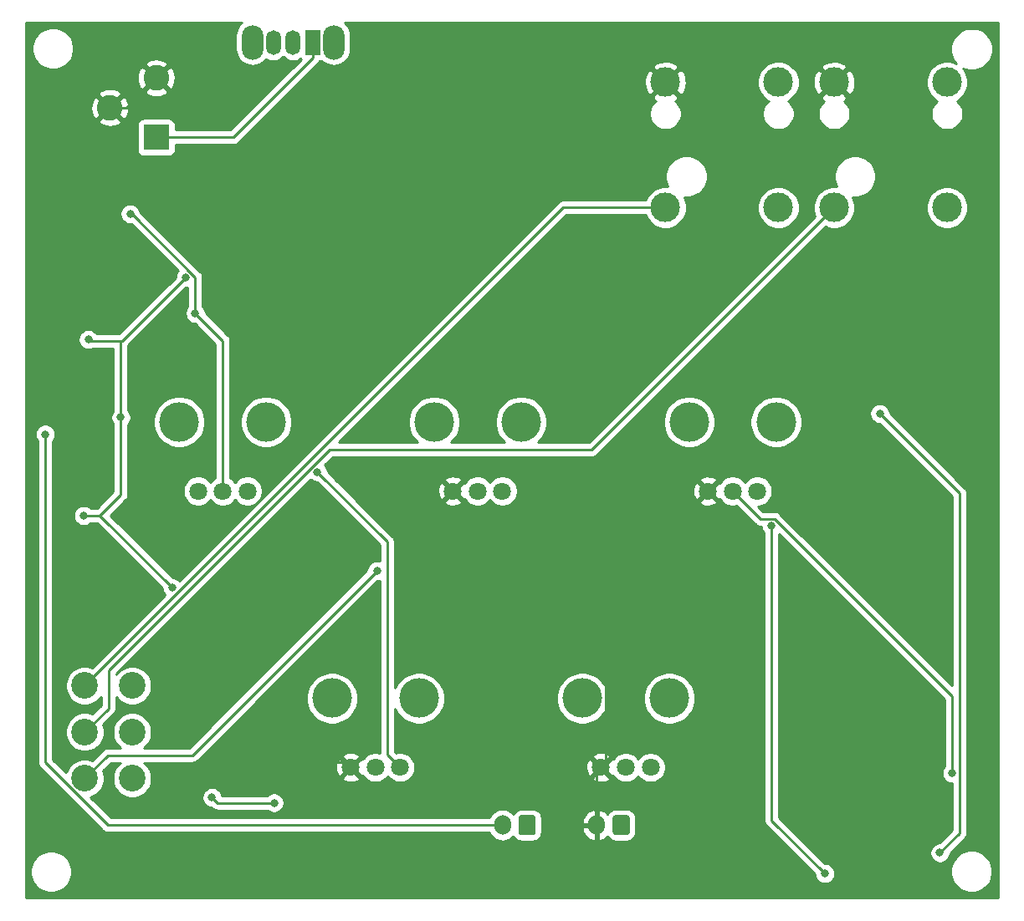
<source format=gbl>
G04 #@! TF.GenerationSoftware,KiCad,Pcbnew,(5.1.4)-1*
G04 #@! TF.CreationDate,2020-06-09T23:50:31+02:00*
G04 #@! TF.ProjectId,ratatech_echo,72617461-7465-4636-985f-6563686f2e6b,1.0*
G04 #@! TF.SameCoordinates,Original*
G04 #@! TF.FileFunction,Copper,L2,Bot*
G04 #@! TF.FilePolarity,Positive*
%FSLAX46Y46*%
G04 Gerber Fmt 4.6, Leading zero omitted, Abs format (unit mm)*
G04 Created by KiCad (PCBNEW (5.1.4)-1) date 2020-06-09 23:50:31*
%MOMM*%
%LPD*%
G04 APERTURE LIST*
%ADD10C,2.600000*%
%ADD11R,2.600000X2.600000*%
%ADD12O,2.200000X3.500000*%
%ADD13O,1.500000X2.500000*%
%ADD14R,1.500000X2.500000*%
%ADD15C,2.700000*%
%ADD16C,4.000000*%
%ADD17C,1.800000*%
%ADD18C,3.000000*%
%ADD19O,1.700000X2.000000*%
%ADD20C,0.100000*%
%ADD21C,1.700000*%
%ADD22C,0.800000*%
%ADD23C,0.250000*%
%ADD24C,0.254000*%
G04 APERTURE END LIST*
D10*
X108355000Y-61726800D03*
X113055000Y-58726800D03*
D11*
X113055000Y-64726800D03*
D12*
X122797000Y-55102800D03*
X130997000Y-55102800D03*
D13*
X124897000Y-55102800D03*
X126897000Y-55102800D03*
D14*
X128897000Y-55102800D03*
D15*
X110616000Y-120277000D03*
X110616000Y-124977000D03*
X110616000Y-129677000D03*
X105816000Y-120277000D03*
X105816000Y-124977000D03*
X105816000Y-129677000D03*
D16*
X124181000Y-93563700D03*
X115381000Y-93563700D03*
D17*
X122281000Y-100563700D03*
X119781000Y-100563700D03*
X117281000Y-100563700D03*
D18*
X193078000Y-71843900D03*
X193078000Y-59143900D03*
X181648000Y-59143900D03*
X181648000Y-71843900D03*
X176009000Y-71843900D03*
X176009000Y-59143900D03*
X164579000Y-59143900D03*
X164579000Y-71843900D03*
D16*
X175776000Y-93563700D03*
X166976000Y-93563700D03*
D17*
X173876000Y-100563700D03*
X171376000Y-100563700D03*
X168876000Y-100563700D03*
D16*
X149978000Y-93563700D03*
X141178000Y-93563700D03*
D17*
X148078000Y-100563700D03*
X145578000Y-100563700D03*
X143078000Y-100563700D03*
D16*
X139624000Y-121552000D03*
X130824000Y-121552000D03*
D17*
X137724000Y-128552000D03*
X135224000Y-128552000D03*
X132724000Y-128552000D03*
D16*
X164968000Y-121552000D03*
X156168000Y-121552000D03*
D17*
X163068000Y-128552000D03*
X160568000Y-128552000D03*
X158068000Y-128552000D03*
D19*
X148089000Y-134402000D03*
D20*
G36*
X151213504Y-133403204D02*
G01*
X151237773Y-133406804D01*
X151261571Y-133412765D01*
X151284671Y-133421030D01*
X151306849Y-133431520D01*
X151327893Y-133444133D01*
X151347598Y-133458747D01*
X151365777Y-133475223D01*
X151382253Y-133493402D01*
X151396867Y-133513107D01*
X151409480Y-133534151D01*
X151419970Y-133556329D01*
X151428235Y-133579429D01*
X151434196Y-133603227D01*
X151437796Y-133627496D01*
X151439000Y-133652000D01*
X151439000Y-135152000D01*
X151437796Y-135176504D01*
X151434196Y-135200773D01*
X151428235Y-135224571D01*
X151419970Y-135247671D01*
X151409480Y-135269849D01*
X151396867Y-135290893D01*
X151382253Y-135310598D01*
X151365777Y-135328777D01*
X151347598Y-135345253D01*
X151327893Y-135359867D01*
X151306849Y-135372480D01*
X151284671Y-135382970D01*
X151261571Y-135391235D01*
X151237773Y-135397196D01*
X151213504Y-135400796D01*
X151189000Y-135402000D01*
X149989000Y-135402000D01*
X149964496Y-135400796D01*
X149940227Y-135397196D01*
X149916429Y-135391235D01*
X149893329Y-135382970D01*
X149871151Y-135372480D01*
X149850107Y-135359867D01*
X149830402Y-135345253D01*
X149812223Y-135328777D01*
X149795747Y-135310598D01*
X149781133Y-135290893D01*
X149768520Y-135269849D01*
X149758030Y-135247671D01*
X149749765Y-135224571D01*
X149743804Y-135200773D01*
X149740204Y-135176504D01*
X149739000Y-135152000D01*
X149739000Y-133652000D01*
X149740204Y-133627496D01*
X149743804Y-133603227D01*
X149749765Y-133579429D01*
X149758030Y-133556329D01*
X149768520Y-133534151D01*
X149781133Y-133513107D01*
X149795747Y-133493402D01*
X149812223Y-133475223D01*
X149830402Y-133458747D01*
X149850107Y-133444133D01*
X149871151Y-133431520D01*
X149893329Y-133421030D01*
X149916429Y-133412765D01*
X149940227Y-133406804D01*
X149964496Y-133403204D01*
X149989000Y-133402000D01*
X151189000Y-133402000D01*
X151213504Y-133403204D01*
X151213504Y-133403204D01*
G37*
D21*
X150589000Y-134402000D03*
D19*
X157606000Y-134402000D03*
D20*
G36*
X160730504Y-133403204D02*
G01*
X160754773Y-133406804D01*
X160778571Y-133412765D01*
X160801671Y-133421030D01*
X160823849Y-133431520D01*
X160844893Y-133444133D01*
X160864598Y-133458747D01*
X160882777Y-133475223D01*
X160899253Y-133493402D01*
X160913867Y-133513107D01*
X160926480Y-133534151D01*
X160936970Y-133556329D01*
X160945235Y-133579429D01*
X160951196Y-133603227D01*
X160954796Y-133627496D01*
X160956000Y-133652000D01*
X160956000Y-135152000D01*
X160954796Y-135176504D01*
X160951196Y-135200773D01*
X160945235Y-135224571D01*
X160936970Y-135247671D01*
X160926480Y-135269849D01*
X160913867Y-135290893D01*
X160899253Y-135310598D01*
X160882777Y-135328777D01*
X160864598Y-135345253D01*
X160844893Y-135359867D01*
X160823849Y-135372480D01*
X160801671Y-135382970D01*
X160778571Y-135391235D01*
X160754773Y-135397196D01*
X160730504Y-135400796D01*
X160706000Y-135402000D01*
X159506000Y-135402000D01*
X159481496Y-135400796D01*
X159457227Y-135397196D01*
X159433429Y-135391235D01*
X159410329Y-135382970D01*
X159388151Y-135372480D01*
X159367107Y-135359867D01*
X159347402Y-135345253D01*
X159329223Y-135328777D01*
X159312747Y-135310598D01*
X159298133Y-135290893D01*
X159285520Y-135269849D01*
X159275030Y-135247671D01*
X159266765Y-135224571D01*
X159260804Y-135200773D01*
X159257204Y-135176504D01*
X159256000Y-135152000D01*
X159256000Y-133652000D01*
X159257204Y-133627496D01*
X159260804Y-133603227D01*
X159266765Y-133579429D01*
X159275030Y-133556329D01*
X159285520Y-133534151D01*
X159298133Y-133513107D01*
X159312747Y-133493402D01*
X159329223Y-133475223D01*
X159347402Y-133458747D01*
X159367107Y-133444133D01*
X159388151Y-133431520D01*
X159410329Y-133421030D01*
X159433429Y-133412765D01*
X159457227Y-133406804D01*
X159481496Y-133403204D01*
X159506000Y-133402000D01*
X160706000Y-133402000D01*
X160730504Y-133403204D01*
X160730504Y-133403204D01*
G37*
D21*
X160106000Y-134402000D03*
D22*
X119479500Y-128008800D03*
X129361200Y-98630300D03*
X101814300Y-94813900D03*
X118698700Y-131603600D03*
X124983900Y-132143000D03*
X192348500Y-137220300D03*
X186275900Y-92721100D03*
X180709800Y-139312300D03*
X175320500Y-104094000D03*
X106174300Y-85212100D03*
X116024000Y-78947700D03*
X114688200Y-110377000D03*
X109465800Y-93099900D03*
X105688900Y-103038000D03*
X135389900Y-108628400D03*
X193608500Y-129144600D03*
X110408200Y-72477900D03*
X116990200Y-82556800D03*
D23*
X132724000Y-128552000D02*
X132180800Y-128008800D01*
X132180800Y-128008800D02*
X119479500Y-128008800D01*
X113055000Y-58726800D02*
X110055000Y-61726800D01*
X110055000Y-61726800D02*
X108355000Y-61726800D01*
X158536800Y-108871600D02*
X160568100Y-108871600D01*
X160568100Y-108871600D02*
X168876000Y-100563700D01*
X143078000Y-100563700D02*
X151385900Y-108871600D01*
X151385900Y-108871600D02*
X158536800Y-108871600D01*
X158068000Y-128552000D02*
X158536800Y-128083200D01*
X158536800Y-128083200D02*
X158536800Y-108871600D01*
X157606000Y-134402000D02*
X157606000Y-129014000D01*
X157606000Y-129014000D02*
X158068000Y-128552000D01*
X137724000Y-128552000D02*
X136449400Y-127277400D01*
X136449400Y-127277400D02*
X136449400Y-105718500D01*
X136449400Y-105718500D02*
X129361200Y-98630300D01*
X148089000Y-134402000D02*
X108146500Y-134402000D01*
X108146500Y-134402000D02*
X101814300Y-128069800D01*
X101814300Y-128069800D02*
X101814300Y-94813900D01*
X124983900Y-132143000D02*
X119238100Y-132143000D01*
X119238100Y-132143000D02*
X118698700Y-131603600D01*
X164579000Y-71843900D02*
X154249100Y-71843900D01*
X154249100Y-71843900D02*
X105816000Y-120277000D01*
X192348500Y-137220300D02*
X194344600Y-135224200D01*
X194344600Y-135224200D02*
X194344600Y-100789800D01*
X194344600Y-100789800D02*
X186275900Y-92721100D01*
X175320500Y-104094000D02*
X175320500Y-133923000D01*
X175320500Y-133923000D02*
X180709800Y-139312300D01*
X109465800Y-85377100D02*
X106339300Y-85377100D01*
X106339300Y-85377100D02*
X106174300Y-85212100D01*
X116024000Y-78947700D02*
X109594600Y-85377100D01*
X109594600Y-85377100D02*
X109465800Y-85377100D01*
X109465800Y-85377100D02*
X109465800Y-93099900D01*
X105688900Y-103038000D02*
X107349200Y-103038000D01*
X107349200Y-103038000D02*
X114688200Y-110377000D01*
X107349200Y-103038000D02*
X109465800Y-100921400D01*
X109465800Y-100921400D02*
X109465800Y-93099900D01*
X105816000Y-129677000D02*
X108166000Y-127327000D01*
X108166000Y-127327000D02*
X116691300Y-127327000D01*
X116691300Y-127327000D02*
X135389900Y-108628400D01*
X181648000Y-71843900D02*
X157119300Y-96372600D01*
X157119300Y-96372600D02*
X130581500Y-96372600D01*
X130581500Y-96372600D02*
X108216100Y-118738000D01*
X108216100Y-118738000D02*
X108216100Y-122576900D01*
X108216100Y-122576900D02*
X105816000Y-124977000D01*
X128897000Y-55102800D02*
X128897000Y-56678100D01*
X128897000Y-56678100D02*
X120848300Y-64726800D01*
X120848300Y-64726800D02*
X113055000Y-64726800D01*
X193608500Y-129144600D02*
X193608500Y-121356200D01*
X193608500Y-121356200D02*
X175621000Y-103368700D01*
X175621000Y-103368700D02*
X174181000Y-103368700D01*
X174181000Y-103368700D02*
X171376000Y-100563700D01*
X119781000Y-100563700D02*
X119781000Y-85347600D01*
X119781000Y-85347600D02*
X116990200Y-82556800D01*
X110408200Y-72477900D02*
X110581100Y-72477900D01*
X110581100Y-72477900D02*
X116990200Y-78887000D01*
X116990200Y-78887000D02*
X116990200Y-82556800D01*
D24*
G36*
X121564235Y-53220034D02*
G01*
X121347422Y-53484222D01*
X121186315Y-53785632D01*
X121087105Y-54112681D01*
X121062000Y-54367575D01*
X121062000Y-55838024D01*
X121087105Y-56092918D01*
X121186314Y-56419967D01*
X121347421Y-56721377D01*
X121564234Y-56985566D01*
X121828422Y-57202379D01*
X122129832Y-57363486D01*
X122456881Y-57462695D01*
X122797000Y-57496194D01*
X123137118Y-57462695D01*
X123464167Y-57363486D01*
X123765577Y-57202379D01*
X124029766Y-56985566D01*
X124187139Y-56793806D01*
X124364419Y-56888564D01*
X124625493Y-56967760D01*
X124897000Y-56994501D01*
X125168506Y-56967760D01*
X125429580Y-56888564D01*
X125670187Y-56759957D01*
X125881080Y-56586881D01*
X125897000Y-56567483D01*
X125912919Y-56586880D01*
X126123812Y-56759957D01*
X126364419Y-56888564D01*
X126625493Y-56967760D01*
X126897000Y-56994501D01*
X127168506Y-56967760D01*
X127429580Y-56888564D01*
X127662885Y-56763860D01*
X127695815Y-56803985D01*
X127696089Y-56804210D01*
X120533499Y-63966800D01*
X114993072Y-63966800D01*
X114993072Y-63426800D01*
X114980812Y-63302318D01*
X114944502Y-63182620D01*
X114885537Y-63072306D01*
X114806185Y-62975615D01*
X114709494Y-62896263D01*
X114599180Y-62837298D01*
X114479482Y-62800988D01*
X114355000Y-62788728D01*
X111755000Y-62788728D01*
X111630518Y-62800988D01*
X111510820Y-62837298D01*
X111400506Y-62896263D01*
X111303815Y-62975615D01*
X111224463Y-63072306D01*
X111165498Y-63182620D01*
X111129188Y-63302318D01*
X111116928Y-63426800D01*
X111116928Y-66026800D01*
X111129188Y-66151282D01*
X111165498Y-66270980D01*
X111224463Y-66381294D01*
X111303815Y-66477985D01*
X111400506Y-66557337D01*
X111510820Y-66616302D01*
X111630518Y-66652612D01*
X111755000Y-66664872D01*
X114355000Y-66664872D01*
X114479482Y-66652612D01*
X114599180Y-66616302D01*
X114709494Y-66557337D01*
X114806185Y-66477985D01*
X114885537Y-66381294D01*
X114944502Y-66270980D01*
X114980812Y-66151282D01*
X114993072Y-66026800D01*
X114993072Y-65486800D01*
X120810978Y-65486800D01*
X120848300Y-65490476D01*
X120885622Y-65486800D01*
X120885633Y-65486800D01*
X120997286Y-65475803D01*
X121140547Y-65432346D01*
X121272576Y-65361774D01*
X121388301Y-65266801D01*
X121412104Y-65237797D01*
X124467034Y-62182867D01*
X162944000Y-62182867D01*
X162944000Y-62504933D01*
X163006832Y-62820812D01*
X163130082Y-63118363D01*
X163309013Y-63386152D01*
X163536748Y-63613887D01*
X163804537Y-63792818D01*
X164102088Y-63916068D01*
X164417967Y-63978900D01*
X164740033Y-63978900D01*
X165055912Y-63916068D01*
X165353463Y-63792818D01*
X165621252Y-63613887D01*
X165848987Y-63386152D01*
X166027918Y-63118363D01*
X166151168Y-62820812D01*
X166214000Y-62504933D01*
X166214000Y-62182867D01*
X166151168Y-61866988D01*
X166027918Y-61569437D01*
X165848987Y-61301648D01*
X165621252Y-61073913D01*
X165569717Y-61039479D01*
X165735038Y-60951114D01*
X165891048Y-60635553D01*
X164579000Y-59323505D01*
X163266952Y-60635553D01*
X163422962Y-60951114D01*
X163591849Y-61037096D01*
X163536748Y-61073913D01*
X163309013Y-61301648D01*
X163130082Y-61569437D01*
X163006832Y-61866988D01*
X162944000Y-62182867D01*
X124467034Y-62182867D01*
X127463177Y-59186724D01*
X162434098Y-59186724D01*
X162483666Y-59604351D01*
X162613757Y-60004283D01*
X162771786Y-60299938D01*
X163087347Y-60455948D01*
X164399395Y-59143900D01*
X164758605Y-59143900D01*
X166070653Y-60455948D01*
X166386214Y-60299938D01*
X166577020Y-59925155D01*
X166691044Y-59520349D01*
X166723902Y-59101076D01*
X166704027Y-58933621D01*
X173874000Y-58933621D01*
X173874000Y-59354179D01*
X173956047Y-59766656D01*
X174116988Y-60155202D01*
X174350637Y-60504883D01*
X174648017Y-60802263D01*
X174997698Y-61035912D01*
X175013700Y-61042540D01*
X174966748Y-61073913D01*
X174739013Y-61301648D01*
X174560082Y-61569437D01*
X174436832Y-61866988D01*
X174374000Y-62182867D01*
X174374000Y-62504933D01*
X174436832Y-62820812D01*
X174560082Y-63118363D01*
X174739013Y-63386152D01*
X174966748Y-63613887D01*
X175234537Y-63792818D01*
X175532088Y-63916068D01*
X175847967Y-63978900D01*
X176170033Y-63978900D01*
X176485912Y-63916068D01*
X176783463Y-63792818D01*
X177051252Y-63613887D01*
X177278987Y-63386152D01*
X177457918Y-63118363D01*
X177581168Y-62820812D01*
X177644000Y-62504933D01*
X177644000Y-62182867D01*
X180013000Y-62182867D01*
X180013000Y-62504933D01*
X180075832Y-62820812D01*
X180199082Y-63118363D01*
X180378013Y-63386152D01*
X180605748Y-63613887D01*
X180873537Y-63792818D01*
X181171088Y-63916068D01*
X181486967Y-63978900D01*
X181809033Y-63978900D01*
X182124912Y-63916068D01*
X182422463Y-63792818D01*
X182690252Y-63613887D01*
X182917987Y-63386152D01*
X183096918Y-63118363D01*
X183220168Y-62820812D01*
X183283000Y-62504933D01*
X183283000Y-62182867D01*
X183220168Y-61866988D01*
X183096918Y-61569437D01*
X182917987Y-61301648D01*
X182690252Y-61073913D01*
X182638717Y-61039479D01*
X182804038Y-60951114D01*
X182960048Y-60635553D01*
X181648000Y-59323505D01*
X180335952Y-60635553D01*
X180491962Y-60951114D01*
X180660849Y-61037096D01*
X180605748Y-61073913D01*
X180378013Y-61301648D01*
X180199082Y-61569437D01*
X180075832Y-61866988D01*
X180013000Y-62182867D01*
X177644000Y-62182867D01*
X177581168Y-61866988D01*
X177457918Y-61569437D01*
X177278987Y-61301648D01*
X177051252Y-61073913D01*
X177004300Y-61042540D01*
X177020302Y-61035912D01*
X177369983Y-60802263D01*
X177667363Y-60504883D01*
X177901012Y-60155202D01*
X178061953Y-59766656D01*
X178144000Y-59354179D01*
X178144000Y-59186724D01*
X179503098Y-59186724D01*
X179552666Y-59604351D01*
X179682757Y-60004283D01*
X179840786Y-60299938D01*
X180156347Y-60455948D01*
X181468395Y-59143900D01*
X181827605Y-59143900D01*
X183139653Y-60455948D01*
X183455214Y-60299938D01*
X183646020Y-59925155D01*
X183760044Y-59520349D01*
X183792902Y-59101076D01*
X183773027Y-58933621D01*
X190943000Y-58933621D01*
X190943000Y-59354179D01*
X191025047Y-59766656D01*
X191185988Y-60155202D01*
X191419637Y-60504883D01*
X191717017Y-60802263D01*
X192066698Y-61035912D01*
X192082700Y-61042540D01*
X192035748Y-61073913D01*
X191808013Y-61301648D01*
X191629082Y-61569437D01*
X191505832Y-61866988D01*
X191443000Y-62182867D01*
X191443000Y-62504933D01*
X191505832Y-62820812D01*
X191629082Y-63118363D01*
X191808013Y-63386152D01*
X192035748Y-63613887D01*
X192303537Y-63792818D01*
X192601088Y-63916068D01*
X192916967Y-63978900D01*
X193239033Y-63978900D01*
X193554912Y-63916068D01*
X193852463Y-63792818D01*
X194120252Y-63613887D01*
X194347987Y-63386152D01*
X194526918Y-63118363D01*
X194650168Y-62820812D01*
X194713000Y-62504933D01*
X194713000Y-62182867D01*
X194650168Y-61866988D01*
X194526918Y-61569437D01*
X194347987Y-61301648D01*
X194120252Y-61073913D01*
X194073300Y-61042540D01*
X194089302Y-61035912D01*
X194438983Y-60802263D01*
X194736363Y-60504883D01*
X194970012Y-60155202D01*
X195130953Y-59766656D01*
X195213000Y-59354179D01*
X195213000Y-58933621D01*
X195130953Y-58521144D01*
X194970012Y-58132598D01*
X194736363Y-57782917D01*
X194675350Y-57721904D01*
X194970244Y-57844053D01*
X195382721Y-57926100D01*
X195803279Y-57926100D01*
X196215756Y-57844053D01*
X196604302Y-57683112D01*
X196953983Y-57449463D01*
X197251363Y-57152083D01*
X197485012Y-56802402D01*
X197645953Y-56413856D01*
X197728000Y-56001379D01*
X197728000Y-55580821D01*
X197645953Y-55168344D01*
X197485012Y-54779798D01*
X197251363Y-54430117D01*
X196953983Y-54132737D01*
X196604302Y-53899088D01*
X196215756Y-53738147D01*
X195803279Y-53656100D01*
X195382721Y-53656100D01*
X194970244Y-53738147D01*
X194581698Y-53899088D01*
X194232017Y-54132737D01*
X193934637Y-54430117D01*
X193700988Y-54779798D01*
X193540047Y-55168344D01*
X193458000Y-55580821D01*
X193458000Y-56001379D01*
X193540047Y-56413856D01*
X193700988Y-56802402D01*
X193934637Y-57152083D01*
X193995650Y-57213096D01*
X193700756Y-57090947D01*
X193288279Y-57008900D01*
X192867721Y-57008900D01*
X192455244Y-57090947D01*
X192066698Y-57251888D01*
X191717017Y-57485537D01*
X191419637Y-57782917D01*
X191185988Y-58132598D01*
X191025047Y-58521144D01*
X190943000Y-58933621D01*
X183773027Y-58933621D01*
X183743334Y-58683449D01*
X183613243Y-58283517D01*
X183455214Y-57987862D01*
X183139653Y-57831852D01*
X181827605Y-59143900D01*
X181468395Y-59143900D01*
X180156347Y-57831852D01*
X179840786Y-57987862D01*
X179649980Y-58362645D01*
X179535956Y-58767451D01*
X179503098Y-59186724D01*
X178144000Y-59186724D01*
X178144000Y-58933621D01*
X178061953Y-58521144D01*
X177901012Y-58132598D01*
X177667363Y-57782917D01*
X177536693Y-57652247D01*
X180335952Y-57652247D01*
X181648000Y-58964295D01*
X182960048Y-57652247D01*
X182804038Y-57336686D01*
X182429255Y-57145880D01*
X182024449Y-57031856D01*
X181605176Y-56998998D01*
X181187549Y-57048566D01*
X180787617Y-57178657D01*
X180491962Y-57336686D01*
X180335952Y-57652247D01*
X177536693Y-57652247D01*
X177369983Y-57485537D01*
X177020302Y-57251888D01*
X176631756Y-57090947D01*
X176219279Y-57008900D01*
X175798721Y-57008900D01*
X175386244Y-57090947D01*
X174997698Y-57251888D01*
X174648017Y-57485537D01*
X174350637Y-57782917D01*
X174116988Y-58132598D01*
X173956047Y-58521144D01*
X173874000Y-58933621D01*
X166704027Y-58933621D01*
X166674334Y-58683449D01*
X166544243Y-58283517D01*
X166386214Y-57987862D01*
X166070653Y-57831852D01*
X164758605Y-59143900D01*
X164399395Y-59143900D01*
X163087347Y-57831852D01*
X162771786Y-57987862D01*
X162580980Y-58362645D01*
X162466956Y-58767451D01*
X162434098Y-59186724D01*
X127463177Y-59186724D01*
X128997654Y-57652247D01*
X163266952Y-57652247D01*
X164579000Y-58964295D01*
X165891048Y-57652247D01*
X165735038Y-57336686D01*
X165360255Y-57145880D01*
X164955449Y-57031856D01*
X164536176Y-56998998D01*
X164118549Y-57048566D01*
X163718617Y-57178657D01*
X163422962Y-57336686D01*
X163266952Y-57652247D01*
X128997654Y-57652247D01*
X129408003Y-57241899D01*
X129437001Y-57218101D01*
X129531974Y-57102376D01*
X129591575Y-56990872D01*
X129647000Y-56990872D01*
X129759496Y-56979792D01*
X129764234Y-56985566D01*
X130028422Y-57202379D01*
X130329832Y-57363486D01*
X130656881Y-57462695D01*
X130997000Y-57496194D01*
X131337118Y-57462695D01*
X131664167Y-57363486D01*
X131965577Y-57202379D01*
X132229766Y-56985566D01*
X132446579Y-56721378D01*
X132607686Y-56419968D01*
X132706895Y-56092919D01*
X132732000Y-55838025D01*
X132732000Y-54367575D01*
X132706895Y-54112681D01*
X132607686Y-53785632D01*
X132446579Y-53484222D01*
X132229766Y-53220034D01*
X132127370Y-53136000D01*
X198285900Y-53136000D01*
X198285901Y-141765856D01*
X99833900Y-141770865D01*
X99833900Y-138917721D01*
X100278000Y-138917721D01*
X100278000Y-139338279D01*
X100360047Y-139750756D01*
X100520988Y-140139302D01*
X100754637Y-140488983D01*
X101052017Y-140786363D01*
X101401698Y-141020012D01*
X101790244Y-141180953D01*
X102202721Y-141263000D01*
X102623279Y-141263000D01*
X103035756Y-141180953D01*
X103424302Y-141020012D01*
X103773983Y-140786363D01*
X104071363Y-140488983D01*
X104305012Y-140139302D01*
X104465953Y-139750756D01*
X104548000Y-139338279D01*
X104548000Y-138917721D01*
X104465953Y-138505244D01*
X104305012Y-138116698D01*
X104071363Y-137767017D01*
X103773983Y-137469637D01*
X103424302Y-137235988D01*
X103035756Y-137075047D01*
X102623279Y-136993000D01*
X102202721Y-136993000D01*
X101790244Y-137075047D01*
X101401698Y-137235988D01*
X101052017Y-137469637D01*
X100754637Y-137767017D01*
X100520988Y-138116698D01*
X100360047Y-138505244D01*
X100278000Y-138917721D01*
X99833900Y-138917721D01*
X99833900Y-94711961D01*
X100779300Y-94711961D01*
X100779300Y-94915839D01*
X100819074Y-95115798D01*
X100897095Y-95304156D01*
X101010363Y-95473674D01*
X101054301Y-95517612D01*
X101054300Y-128032478D01*
X101050624Y-128069800D01*
X101054300Y-128107122D01*
X101054300Y-128107132D01*
X101065297Y-128218785D01*
X101094981Y-128316642D01*
X101108754Y-128362046D01*
X101179326Y-128494076D01*
X101219171Y-128542626D01*
X101274299Y-128609801D01*
X101303303Y-128633604D01*
X107582701Y-134913003D01*
X107606499Y-134942001D01*
X107635497Y-134965799D01*
X107722223Y-135036974D01*
X107793765Y-135075214D01*
X107854253Y-135107546D01*
X107997514Y-135151003D01*
X108109167Y-135162000D01*
X108109176Y-135162000D01*
X108146499Y-135165676D01*
X108183822Y-135162000D01*
X146731229Y-135162000D01*
X146848294Y-135381013D01*
X147033866Y-135607134D01*
X147259986Y-135792706D01*
X147517966Y-135930599D01*
X147797889Y-136015513D01*
X148089000Y-136044185D01*
X148380110Y-136015513D01*
X148660033Y-135930599D01*
X148918013Y-135792706D01*
X149144134Y-135607134D01*
X149196223Y-135543663D01*
X149250595Y-135645386D01*
X149361038Y-135779962D01*
X149495614Y-135890405D01*
X149649150Y-135972472D01*
X149815746Y-136023008D01*
X149989000Y-136040072D01*
X151189000Y-136040072D01*
X151362254Y-136023008D01*
X151528850Y-135972472D01*
X151682386Y-135890405D01*
X151816962Y-135779962D01*
X151927405Y-135645386D01*
X152009472Y-135491850D01*
X152060008Y-135325254D01*
X152077072Y-135152000D01*
X152077072Y-134761742D01*
X156134715Y-134761742D01*
X156203904Y-135044745D01*
X156326975Y-135308812D01*
X156499198Y-135543795D01*
X156713954Y-135740664D01*
X156962991Y-135891854D01*
X157236739Y-135991554D01*
X157249110Y-135993476D01*
X157479000Y-135872155D01*
X157479000Y-134529000D01*
X156278768Y-134529000D01*
X156134715Y-134761742D01*
X152077072Y-134761742D01*
X152077072Y-134042258D01*
X156134715Y-134042258D01*
X156278768Y-134275000D01*
X157479000Y-134275000D01*
X157479000Y-132931845D01*
X157733000Y-132931845D01*
X157733000Y-134275000D01*
X157753000Y-134275000D01*
X157753000Y-134529000D01*
X157733000Y-134529000D01*
X157733000Y-135872155D01*
X157962890Y-135993476D01*
X157975261Y-135991554D01*
X158249009Y-135891854D01*
X158498046Y-135740664D01*
X158712802Y-135543795D01*
X158713086Y-135543407D01*
X158767595Y-135645386D01*
X158878038Y-135779962D01*
X159012614Y-135890405D01*
X159166150Y-135972472D01*
X159332746Y-136023008D01*
X159506000Y-136040072D01*
X160706000Y-136040072D01*
X160879254Y-136023008D01*
X161045850Y-135972472D01*
X161199386Y-135890405D01*
X161333962Y-135779962D01*
X161444405Y-135645386D01*
X161526472Y-135491850D01*
X161577008Y-135325254D01*
X161594072Y-135152000D01*
X161594072Y-133652000D01*
X161577008Y-133478746D01*
X161526472Y-133312150D01*
X161444405Y-133158614D01*
X161333962Y-133024038D01*
X161199386Y-132913595D01*
X161045850Y-132831528D01*
X160879254Y-132780992D01*
X160706000Y-132763928D01*
X159506000Y-132763928D01*
X159332746Y-132780992D01*
X159166150Y-132831528D01*
X159012614Y-132913595D01*
X158878038Y-133024038D01*
X158767595Y-133158614D01*
X158713086Y-133260593D01*
X158712802Y-133260205D01*
X158498046Y-133063336D01*
X158249009Y-132912146D01*
X157975261Y-132812446D01*
X157962890Y-132810524D01*
X157733000Y-132931845D01*
X157479000Y-132931845D01*
X157249110Y-132810524D01*
X157236739Y-132812446D01*
X156962991Y-132912146D01*
X156713954Y-133063336D01*
X156499198Y-133260205D01*
X156326975Y-133495188D01*
X156203904Y-133759255D01*
X156134715Y-134042258D01*
X152077072Y-134042258D01*
X152077072Y-133652000D01*
X152060008Y-133478746D01*
X152009472Y-133312150D01*
X151927405Y-133158614D01*
X151816962Y-133024038D01*
X151682386Y-132913595D01*
X151528850Y-132831528D01*
X151362254Y-132780992D01*
X151189000Y-132763928D01*
X149989000Y-132763928D01*
X149815746Y-132780992D01*
X149649150Y-132831528D01*
X149495614Y-132913595D01*
X149361038Y-133024038D01*
X149250595Y-133158614D01*
X149196223Y-133260337D01*
X149144134Y-133196866D01*
X148918014Y-133011294D01*
X148660034Y-132873401D01*
X148380111Y-132788487D01*
X148089000Y-132759815D01*
X147797890Y-132788487D01*
X147517967Y-132873401D01*
X147259987Y-133011294D01*
X147033866Y-133196866D01*
X146848294Y-133422986D01*
X146731229Y-133642000D01*
X108461302Y-133642000D01*
X106402086Y-131582784D01*
X106756250Y-131436085D01*
X107081364Y-131218851D01*
X107357851Y-130942364D01*
X107575085Y-130617250D01*
X107724718Y-130256003D01*
X107801000Y-129872505D01*
X107801000Y-129481495D01*
X107724718Y-129097997D01*
X107650056Y-128917746D01*
X108480802Y-128087000D01*
X109422696Y-128087000D01*
X109350636Y-128135149D01*
X109074149Y-128411636D01*
X108856915Y-128736750D01*
X108707282Y-129097997D01*
X108631000Y-129481495D01*
X108631000Y-129872505D01*
X108707282Y-130256003D01*
X108856915Y-130617250D01*
X109074149Y-130942364D01*
X109350636Y-131218851D01*
X109675750Y-131436085D01*
X110036997Y-131585718D01*
X110420495Y-131662000D01*
X110811505Y-131662000D01*
X111195003Y-131585718D01*
X111397935Y-131501661D01*
X117663700Y-131501661D01*
X117663700Y-131705539D01*
X117703474Y-131905498D01*
X117781495Y-132093856D01*
X117894763Y-132263374D01*
X118038926Y-132407537D01*
X118208444Y-132520805D01*
X118396802Y-132598826D01*
X118596761Y-132638600D01*
X118658898Y-132638600D01*
X118674300Y-132654002D01*
X118698099Y-132683001D01*
X118813824Y-132777974D01*
X118945853Y-132848546D01*
X119089114Y-132892003D01*
X119200767Y-132903000D01*
X119200775Y-132903000D01*
X119238100Y-132906676D01*
X119275425Y-132903000D01*
X124280189Y-132903000D01*
X124324126Y-132946937D01*
X124493644Y-133060205D01*
X124682002Y-133138226D01*
X124881961Y-133178000D01*
X125085839Y-133178000D01*
X125285798Y-133138226D01*
X125474156Y-133060205D01*
X125643674Y-132946937D01*
X125787837Y-132802774D01*
X125901105Y-132633256D01*
X125979126Y-132444898D01*
X126018900Y-132244939D01*
X126018900Y-132041061D01*
X125979126Y-131841102D01*
X125901105Y-131652744D01*
X125787837Y-131483226D01*
X125643674Y-131339063D01*
X125474156Y-131225795D01*
X125285798Y-131147774D01*
X125085839Y-131108000D01*
X124881961Y-131108000D01*
X124682002Y-131147774D01*
X124493644Y-131225795D01*
X124324126Y-131339063D01*
X124280189Y-131383000D01*
X119710097Y-131383000D01*
X119693926Y-131301702D01*
X119615905Y-131113344D01*
X119502637Y-130943826D01*
X119358474Y-130799663D01*
X119188956Y-130686395D01*
X119000598Y-130608374D01*
X118800639Y-130568600D01*
X118596761Y-130568600D01*
X118396802Y-130608374D01*
X118208444Y-130686395D01*
X118038926Y-130799663D01*
X117894763Y-130943826D01*
X117781495Y-131113344D01*
X117703474Y-131301702D01*
X117663700Y-131501661D01*
X111397935Y-131501661D01*
X111556250Y-131436085D01*
X111881364Y-131218851D01*
X112157851Y-130942364D01*
X112375085Y-130617250D01*
X112524718Y-130256003D01*
X112601000Y-129872505D01*
X112601000Y-129616080D01*
X131839525Y-129616080D01*
X131923208Y-129870261D01*
X132195775Y-130001158D01*
X132488642Y-130076365D01*
X132790553Y-130092991D01*
X133089907Y-130050397D01*
X133375199Y-129950222D01*
X133524792Y-129870261D01*
X133608475Y-129616080D01*
X132724000Y-128731605D01*
X131839525Y-129616080D01*
X112601000Y-129616080D01*
X112601000Y-129481495D01*
X112524718Y-129097997D01*
X112375085Y-128736750D01*
X112296109Y-128618553D01*
X131183009Y-128618553D01*
X131225603Y-128917907D01*
X131325778Y-129203199D01*
X131405739Y-129352792D01*
X131659920Y-129436475D01*
X132544395Y-128552000D01*
X131659920Y-127667525D01*
X131405739Y-127751208D01*
X131274842Y-128023775D01*
X131199635Y-128316642D01*
X131183009Y-128618553D01*
X112296109Y-128618553D01*
X112157851Y-128411636D01*
X111881364Y-128135149D01*
X111809304Y-128087000D01*
X116653978Y-128087000D01*
X116691300Y-128090676D01*
X116728622Y-128087000D01*
X116728633Y-128087000D01*
X116840286Y-128076003D01*
X116983547Y-128032546D01*
X117115576Y-127961974D01*
X117231301Y-127867001D01*
X117255104Y-127837997D01*
X117605181Y-127487920D01*
X131839525Y-127487920D01*
X132724000Y-128372395D01*
X133608475Y-127487920D01*
X133524792Y-127233739D01*
X133252225Y-127102842D01*
X132959358Y-127027635D01*
X132657447Y-127011009D01*
X132358093Y-127053603D01*
X132072801Y-127153778D01*
X131923208Y-127233739D01*
X131839525Y-127487920D01*
X117605181Y-127487920D01*
X123800626Y-121292475D01*
X128189000Y-121292475D01*
X128189000Y-121811525D01*
X128290261Y-122320601D01*
X128488893Y-122800141D01*
X128777262Y-123231715D01*
X129144285Y-123598738D01*
X129575859Y-123887107D01*
X130055399Y-124085739D01*
X130564475Y-124187000D01*
X131083525Y-124187000D01*
X131592601Y-124085739D01*
X132072141Y-123887107D01*
X132503715Y-123598738D01*
X132870738Y-123231715D01*
X133159107Y-122800141D01*
X133357739Y-122320601D01*
X133459000Y-121811525D01*
X133459000Y-121292475D01*
X133357739Y-120783399D01*
X133159107Y-120303859D01*
X132870738Y-119872285D01*
X132503715Y-119505262D01*
X132072141Y-119216893D01*
X131592601Y-119018261D01*
X131083525Y-118917000D01*
X130564475Y-118917000D01*
X130055399Y-119018261D01*
X129575859Y-119216893D01*
X129144285Y-119505262D01*
X128777262Y-119872285D01*
X128488893Y-120303859D01*
X128290261Y-120783399D01*
X128189000Y-121292475D01*
X123800626Y-121292475D01*
X135429702Y-109663400D01*
X135491839Y-109663400D01*
X135689401Y-109624103D01*
X135689400Y-127083303D01*
X135671743Y-127075989D01*
X135375184Y-127017000D01*
X135072816Y-127017000D01*
X134776257Y-127075989D01*
X134496905Y-127191701D01*
X134245495Y-127359688D01*
X134031688Y-127573495D01*
X133936262Y-127716310D01*
X133788080Y-127667525D01*
X132903605Y-128552000D01*
X133788080Y-129436475D01*
X133936262Y-129387690D01*
X134031688Y-129530505D01*
X134245495Y-129744312D01*
X134496905Y-129912299D01*
X134776257Y-130028011D01*
X135072816Y-130087000D01*
X135375184Y-130087000D01*
X135671743Y-130028011D01*
X135951095Y-129912299D01*
X136202505Y-129744312D01*
X136416312Y-129530505D01*
X136474000Y-129444169D01*
X136531688Y-129530505D01*
X136745495Y-129744312D01*
X136996905Y-129912299D01*
X137276257Y-130028011D01*
X137572816Y-130087000D01*
X137875184Y-130087000D01*
X138171743Y-130028011D01*
X138451095Y-129912299D01*
X138702505Y-129744312D01*
X138830737Y-129616080D01*
X157183525Y-129616080D01*
X157267208Y-129870261D01*
X157539775Y-130001158D01*
X157832642Y-130076365D01*
X158134553Y-130092991D01*
X158433907Y-130050397D01*
X158719199Y-129950222D01*
X158868792Y-129870261D01*
X158952475Y-129616080D01*
X158068000Y-128731605D01*
X157183525Y-129616080D01*
X138830737Y-129616080D01*
X138916312Y-129530505D01*
X139084299Y-129279095D01*
X139200011Y-128999743D01*
X139259000Y-128703184D01*
X139259000Y-128618553D01*
X156527009Y-128618553D01*
X156569603Y-128917907D01*
X156669778Y-129203199D01*
X156749739Y-129352792D01*
X157003920Y-129436475D01*
X157888395Y-128552000D01*
X158247605Y-128552000D01*
X159132080Y-129436475D01*
X159280262Y-129387690D01*
X159375688Y-129530505D01*
X159589495Y-129744312D01*
X159840905Y-129912299D01*
X160120257Y-130028011D01*
X160416816Y-130087000D01*
X160719184Y-130087000D01*
X161015743Y-130028011D01*
X161295095Y-129912299D01*
X161546505Y-129744312D01*
X161760312Y-129530505D01*
X161818000Y-129444169D01*
X161875688Y-129530505D01*
X162089495Y-129744312D01*
X162340905Y-129912299D01*
X162620257Y-130028011D01*
X162916816Y-130087000D01*
X163219184Y-130087000D01*
X163515743Y-130028011D01*
X163795095Y-129912299D01*
X164046505Y-129744312D01*
X164260312Y-129530505D01*
X164428299Y-129279095D01*
X164544011Y-128999743D01*
X164603000Y-128703184D01*
X164603000Y-128400816D01*
X164544011Y-128104257D01*
X164428299Y-127824905D01*
X164260312Y-127573495D01*
X164046505Y-127359688D01*
X163795095Y-127191701D01*
X163515743Y-127075989D01*
X163219184Y-127017000D01*
X162916816Y-127017000D01*
X162620257Y-127075989D01*
X162340905Y-127191701D01*
X162089495Y-127359688D01*
X161875688Y-127573495D01*
X161818000Y-127659831D01*
X161760312Y-127573495D01*
X161546505Y-127359688D01*
X161295095Y-127191701D01*
X161015743Y-127075989D01*
X160719184Y-127017000D01*
X160416816Y-127017000D01*
X160120257Y-127075989D01*
X159840905Y-127191701D01*
X159589495Y-127359688D01*
X159375688Y-127573495D01*
X159280262Y-127716310D01*
X159132080Y-127667525D01*
X158247605Y-128552000D01*
X157888395Y-128552000D01*
X157003920Y-127667525D01*
X156749739Y-127751208D01*
X156618842Y-128023775D01*
X156543635Y-128316642D01*
X156527009Y-128618553D01*
X139259000Y-128618553D01*
X139259000Y-128400816D01*
X139200011Y-128104257D01*
X139084299Y-127824905D01*
X138916312Y-127573495D01*
X138830737Y-127487920D01*
X157183525Y-127487920D01*
X158068000Y-128372395D01*
X158952475Y-127487920D01*
X158868792Y-127233739D01*
X158596225Y-127102842D01*
X158303358Y-127027635D01*
X158001447Y-127011009D01*
X157702093Y-127053603D01*
X157416801Y-127153778D01*
X157267208Y-127233739D01*
X157183525Y-127487920D01*
X138830737Y-127487920D01*
X138702505Y-127359688D01*
X138451095Y-127191701D01*
X138171743Y-127075989D01*
X137875184Y-127017000D01*
X137572816Y-127017000D01*
X137315070Y-127068269D01*
X137209400Y-126962599D01*
X137209400Y-122608228D01*
X137288893Y-122800141D01*
X137577262Y-123231715D01*
X137944285Y-123598738D01*
X138375859Y-123887107D01*
X138855399Y-124085739D01*
X139364475Y-124187000D01*
X139883525Y-124187000D01*
X140392601Y-124085739D01*
X140872141Y-123887107D01*
X141303715Y-123598738D01*
X141670738Y-123231715D01*
X141959107Y-122800141D01*
X142157739Y-122320601D01*
X142259000Y-121811525D01*
X142259000Y-121292475D01*
X153533000Y-121292475D01*
X153533000Y-121811525D01*
X153634261Y-122320601D01*
X153832893Y-122800141D01*
X154121262Y-123231715D01*
X154488285Y-123598738D01*
X154919859Y-123887107D01*
X155399399Y-124085739D01*
X155908475Y-124187000D01*
X156427525Y-124187000D01*
X156936601Y-124085739D01*
X157416141Y-123887107D01*
X157847715Y-123598738D01*
X158214738Y-123231715D01*
X158503107Y-122800141D01*
X158701739Y-122320601D01*
X158803000Y-121811525D01*
X158803000Y-121292475D01*
X162333000Y-121292475D01*
X162333000Y-121811525D01*
X162434261Y-122320601D01*
X162632893Y-122800141D01*
X162921262Y-123231715D01*
X163288285Y-123598738D01*
X163719859Y-123887107D01*
X164199399Y-124085739D01*
X164708475Y-124187000D01*
X165227525Y-124187000D01*
X165736601Y-124085739D01*
X166216141Y-123887107D01*
X166647715Y-123598738D01*
X167014738Y-123231715D01*
X167303107Y-122800141D01*
X167501739Y-122320601D01*
X167603000Y-121811525D01*
X167603000Y-121292475D01*
X167501739Y-120783399D01*
X167303107Y-120303859D01*
X167014738Y-119872285D01*
X166647715Y-119505262D01*
X166216141Y-119216893D01*
X165736601Y-119018261D01*
X165227525Y-118917000D01*
X164708475Y-118917000D01*
X164199399Y-119018261D01*
X163719859Y-119216893D01*
X163288285Y-119505262D01*
X162921262Y-119872285D01*
X162632893Y-120303859D01*
X162434261Y-120783399D01*
X162333000Y-121292475D01*
X158803000Y-121292475D01*
X158701739Y-120783399D01*
X158503107Y-120303859D01*
X158214738Y-119872285D01*
X157847715Y-119505262D01*
X157416141Y-119216893D01*
X156936601Y-119018261D01*
X156427525Y-118917000D01*
X155908475Y-118917000D01*
X155399399Y-119018261D01*
X154919859Y-119216893D01*
X154488285Y-119505262D01*
X154121262Y-119872285D01*
X153832893Y-120303859D01*
X153634261Y-120783399D01*
X153533000Y-121292475D01*
X142259000Y-121292475D01*
X142157739Y-120783399D01*
X141959107Y-120303859D01*
X141670738Y-119872285D01*
X141303715Y-119505262D01*
X140872141Y-119216893D01*
X140392601Y-119018261D01*
X139883525Y-118917000D01*
X139364475Y-118917000D01*
X138855399Y-119018261D01*
X138375859Y-119216893D01*
X137944285Y-119505262D01*
X137577262Y-119872285D01*
X137288893Y-120303859D01*
X137209400Y-120495772D01*
X137209400Y-105755833D01*
X137213077Y-105718500D01*
X137198403Y-105569514D01*
X137154946Y-105426253D01*
X137084374Y-105294224D01*
X137013199Y-105207497D01*
X136989401Y-105178499D01*
X136960403Y-105154701D01*
X133433482Y-101627780D01*
X142193525Y-101627780D01*
X142277208Y-101881961D01*
X142549775Y-102012858D01*
X142842642Y-102088065D01*
X143144553Y-102104691D01*
X143443907Y-102062097D01*
X143729199Y-101961922D01*
X143878792Y-101881961D01*
X143962475Y-101627780D01*
X143078000Y-100743305D01*
X142193525Y-101627780D01*
X133433482Y-101627780D01*
X132435955Y-100630253D01*
X141537009Y-100630253D01*
X141579603Y-100929607D01*
X141679778Y-101214899D01*
X141759739Y-101364492D01*
X142013920Y-101448175D01*
X142898395Y-100563700D01*
X143257605Y-100563700D01*
X144142080Y-101448175D01*
X144290262Y-101399390D01*
X144385688Y-101542205D01*
X144599495Y-101756012D01*
X144850905Y-101923999D01*
X145130257Y-102039711D01*
X145426816Y-102098700D01*
X145729184Y-102098700D01*
X146025743Y-102039711D01*
X146305095Y-101923999D01*
X146556505Y-101756012D01*
X146770312Y-101542205D01*
X146828000Y-101455869D01*
X146885688Y-101542205D01*
X147099495Y-101756012D01*
X147350905Y-101923999D01*
X147630257Y-102039711D01*
X147926816Y-102098700D01*
X148229184Y-102098700D01*
X148525743Y-102039711D01*
X148805095Y-101923999D01*
X149056505Y-101756012D01*
X149184737Y-101627780D01*
X167991525Y-101627780D01*
X168075208Y-101881961D01*
X168347775Y-102012858D01*
X168640642Y-102088065D01*
X168942553Y-102104691D01*
X169241907Y-102062097D01*
X169527199Y-101961922D01*
X169676792Y-101881961D01*
X169760475Y-101627780D01*
X168876000Y-100743305D01*
X167991525Y-101627780D01*
X149184737Y-101627780D01*
X149270312Y-101542205D01*
X149438299Y-101290795D01*
X149554011Y-101011443D01*
X149613000Y-100714884D01*
X149613000Y-100630253D01*
X167335009Y-100630253D01*
X167377603Y-100929607D01*
X167477778Y-101214899D01*
X167557739Y-101364492D01*
X167811920Y-101448175D01*
X168696395Y-100563700D01*
X169055605Y-100563700D01*
X169940080Y-101448175D01*
X170088262Y-101399390D01*
X170183688Y-101542205D01*
X170397495Y-101756012D01*
X170648905Y-101923999D01*
X170928257Y-102039711D01*
X171224816Y-102098700D01*
X171527184Y-102098700D01*
X171784930Y-102047431D01*
X173617200Y-103879702D01*
X173640999Y-103908701D01*
X173669997Y-103932499D01*
X173756723Y-104003674D01*
X173812011Y-104033226D01*
X173888753Y-104074246D01*
X174032014Y-104117703D01*
X174143667Y-104128700D01*
X174143676Y-104128700D01*
X174180999Y-104132376D01*
X174218322Y-104128700D01*
X174285500Y-104128700D01*
X174285500Y-104195939D01*
X174325274Y-104395898D01*
X174403295Y-104584256D01*
X174516563Y-104753774D01*
X174560500Y-104797711D01*
X174560501Y-133885667D01*
X174556824Y-133923000D01*
X174571498Y-134071985D01*
X174614954Y-134215246D01*
X174685526Y-134347276D01*
X174756701Y-134434002D01*
X174780500Y-134463001D01*
X174809498Y-134486799D01*
X179674800Y-139352102D01*
X179674800Y-139414239D01*
X179714574Y-139614198D01*
X179792595Y-139802556D01*
X179905863Y-139972074D01*
X180050026Y-140116237D01*
X180219544Y-140229505D01*
X180407902Y-140307526D01*
X180607861Y-140347300D01*
X180811739Y-140347300D01*
X181011698Y-140307526D01*
X181200056Y-140229505D01*
X181369574Y-140116237D01*
X181513737Y-139972074D01*
X181627005Y-139802556D01*
X181705026Y-139614198D01*
X181744800Y-139414239D01*
X181744800Y-139210361D01*
X181705026Y-139010402D01*
X181650896Y-138879721D01*
X193420000Y-138879721D01*
X193420000Y-139300279D01*
X193502047Y-139712756D01*
X193662988Y-140101302D01*
X193896637Y-140450983D01*
X194194017Y-140748363D01*
X194543698Y-140982012D01*
X194932244Y-141142953D01*
X195344721Y-141225000D01*
X195765279Y-141225000D01*
X196177756Y-141142953D01*
X196566302Y-140982012D01*
X196915983Y-140748363D01*
X197213363Y-140450983D01*
X197447012Y-140101302D01*
X197607953Y-139712756D01*
X197690000Y-139300279D01*
X197690000Y-138879721D01*
X197607953Y-138467244D01*
X197447012Y-138078698D01*
X197213363Y-137729017D01*
X196915983Y-137431637D01*
X196566302Y-137197988D01*
X196177756Y-137037047D01*
X195765279Y-136955000D01*
X195344721Y-136955000D01*
X194932244Y-137037047D01*
X194543698Y-137197988D01*
X194194017Y-137431637D01*
X193896637Y-137729017D01*
X193662988Y-138078698D01*
X193502047Y-138467244D01*
X193420000Y-138879721D01*
X181650896Y-138879721D01*
X181627005Y-138822044D01*
X181513737Y-138652526D01*
X181369574Y-138508363D01*
X181200056Y-138395095D01*
X181011698Y-138317074D01*
X180811739Y-138277300D01*
X180749602Y-138277300D01*
X176080500Y-133608199D01*
X176080500Y-104903001D01*
X192848501Y-121671004D01*
X192848500Y-128440889D01*
X192804563Y-128484826D01*
X192691295Y-128654344D01*
X192613274Y-128842702D01*
X192573500Y-129042661D01*
X192573500Y-129246539D01*
X192613274Y-129446498D01*
X192691295Y-129634856D01*
X192804563Y-129804374D01*
X192948726Y-129948537D01*
X193118244Y-130061805D01*
X193306602Y-130139826D01*
X193506561Y-130179600D01*
X193584600Y-130179600D01*
X193584600Y-134909398D01*
X192308699Y-136185300D01*
X192246561Y-136185300D01*
X192046602Y-136225074D01*
X191858244Y-136303095D01*
X191688726Y-136416363D01*
X191544563Y-136560526D01*
X191431295Y-136730044D01*
X191353274Y-136918402D01*
X191313500Y-137118361D01*
X191313500Y-137322239D01*
X191353274Y-137522198D01*
X191431295Y-137710556D01*
X191544563Y-137880074D01*
X191688726Y-138024237D01*
X191858244Y-138137505D01*
X192046602Y-138215526D01*
X192246561Y-138255300D01*
X192450439Y-138255300D01*
X192650398Y-138215526D01*
X192838756Y-138137505D01*
X193008274Y-138024237D01*
X193152437Y-137880074D01*
X193265705Y-137710556D01*
X193343726Y-137522198D01*
X193383500Y-137322239D01*
X193383500Y-137260101D01*
X194855604Y-135787998D01*
X194884601Y-135764201D01*
X194979574Y-135648476D01*
X195050146Y-135516447D01*
X195093603Y-135373186D01*
X195104600Y-135261533D01*
X195104600Y-135261525D01*
X195108276Y-135224200D01*
X195104600Y-135186875D01*
X195104600Y-100827123D01*
X195108276Y-100789800D01*
X195104600Y-100752477D01*
X195104600Y-100752467D01*
X195093603Y-100640814D01*
X195050146Y-100497553D01*
X194988060Y-100381400D01*
X194979574Y-100365523D01*
X194908399Y-100278797D01*
X194884601Y-100249799D01*
X194855603Y-100226001D01*
X187310900Y-92681299D01*
X187310900Y-92619161D01*
X187271126Y-92419202D01*
X187193105Y-92230844D01*
X187079837Y-92061326D01*
X186935674Y-91917163D01*
X186766156Y-91803895D01*
X186577798Y-91725874D01*
X186377839Y-91686100D01*
X186173961Y-91686100D01*
X185974002Y-91725874D01*
X185785644Y-91803895D01*
X185616126Y-91917163D01*
X185471963Y-92061326D01*
X185358695Y-92230844D01*
X185280674Y-92419202D01*
X185240900Y-92619161D01*
X185240900Y-92823039D01*
X185280674Y-93022998D01*
X185358695Y-93211356D01*
X185471963Y-93380874D01*
X185616126Y-93525037D01*
X185785644Y-93638305D01*
X185974002Y-93716326D01*
X186173961Y-93756100D01*
X186236099Y-93756100D01*
X193584601Y-101104603D01*
X193584600Y-120257497D01*
X176184804Y-102857703D01*
X176161001Y-102828699D01*
X176045276Y-102733726D01*
X175913247Y-102663154D01*
X175769986Y-102619697D01*
X175658333Y-102608700D01*
X175658322Y-102608700D01*
X175621000Y-102605024D01*
X175583678Y-102608700D01*
X174495802Y-102608700D01*
X173985802Y-102098700D01*
X174027184Y-102098700D01*
X174323743Y-102039711D01*
X174603095Y-101923999D01*
X174854505Y-101756012D01*
X175068312Y-101542205D01*
X175236299Y-101290795D01*
X175352011Y-101011443D01*
X175411000Y-100714884D01*
X175411000Y-100412516D01*
X175352011Y-100115957D01*
X175236299Y-99836605D01*
X175068312Y-99585195D01*
X174854505Y-99371388D01*
X174603095Y-99203401D01*
X174323743Y-99087689D01*
X174027184Y-99028700D01*
X173724816Y-99028700D01*
X173428257Y-99087689D01*
X173148905Y-99203401D01*
X172897495Y-99371388D01*
X172683688Y-99585195D01*
X172626000Y-99671531D01*
X172568312Y-99585195D01*
X172354505Y-99371388D01*
X172103095Y-99203401D01*
X171823743Y-99087689D01*
X171527184Y-99028700D01*
X171224816Y-99028700D01*
X170928257Y-99087689D01*
X170648905Y-99203401D01*
X170397495Y-99371388D01*
X170183688Y-99585195D01*
X170088262Y-99728010D01*
X169940080Y-99679225D01*
X169055605Y-100563700D01*
X168696395Y-100563700D01*
X167811920Y-99679225D01*
X167557739Y-99762908D01*
X167426842Y-100035475D01*
X167351635Y-100328342D01*
X167335009Y-100630253D01*
X149613000Y-100630253D01*
X149613000Y-100412516D01*
X149554011Y-100115957D01*
X149438299Y-99836605D01*
X149270312Y-99585195D01*
X149184737Y-99499620D01*
X167991525Y-99499620D01*
X168876000Y-100384095D01*
X169760475Y-99499620D01*
X169676792Y-99245439D01*
X169404225Y-99114542D01*
X169111358Y-99039335D01*
X168809447Y-99022709D01*
X168510093Y-99065303D01*
X168224801Y-99165478D01*
X168075208Y-99245439D01*
X167991525Y-99499620D01*
X149184737Y-99499620D01*
X149056505Y-99371388D01*
X148805095Y-99203401D01*
X148525743Y-99087689D01*
X148229184Y-99028700D01*
X147926816Y-99028700D01*
X147630257Y-99087689D01*
X147350905Y-99203401D01*
X147099495Y-99371388D01*
X146885688Y-99585195D01*
X146828000Y-99671531D01*
X146770312Y-99585195D01*
X146556505Y-99371388D01*
X146305095Y-99203401D01*
X146025743Y-99087689D01*
X145729184Y-99028700D01*
X145426816Y-99028700D01*
X145130257Y-99087689D01*
X144850905Y-99203401D01*
X144599495Y-99371388D01*
X144385688Y-99585195D01*
X144290262Y-99728010D01*
X144142080Y-99679225D01*
X143257605Y-100563700D01*
X142898395Y-100563700D01*
X142013920Y-99679225D01*
X141759739Y-99762908D01*
X141628842Y-100035475D01*
X141553635Y-100328342D01*
X141537009Y-100630253D01*
X132435955Y-100630253D01*
X131305322Y-99499620D01*
X142193525Y-99499620D01*
X143078000Y-100384095D01*
X143962475Y-99499620D01*
X143878792Y-99245439D01*
X143606225Y-99114542D01*
X143313358Y-99039335D01*
X143011447Y-99022709D01*
X142712093Y-99065303D01*
X142426801Y-99165478D01*
X142277208Y-99245439D01*
X142193525Y-99499620D01*
X131305322Y-99499620D01*
X130396200Y-98590499D01*
X130396200Y-98528361D01*
X130356426Y-98328402D01*
X130278405Y-98140044D01*
X130165137Y-97970526D01*
X130111756Y-97917145D01*
X130896302Y-97132600D01*
X157081978Y-97132600D01*
X157119300Y-97136276D01*
X157156622Y-97132600D01*
X157156633Y-97132600D01*
X157268286Y-97121603D01*
X157411547Y-97078146D01*
X157543576Y-97007574D01*
X157659301Y-96912601D01*
X157683104Y-96883597D01*
X161262526Y-93304175D01*
X164341000Y-93304175D01*
X164341000Y-93823225D01*
X164442261Y-94332301D01*
X164640893Y-94811841D01*
X164929262Y-95243415D01*
X165296285Y-95610438D01*
X165727859Y-95898807D01*
X166207399Y-96097439D01*
X166716475Y-96198700D01*
X167235525Y-96198700D01*
X167744601Y-96097439D01*
X168224141Y-95898807D01*
X168655715Y-95610438D01*
X169022738Y-95243415D01*
X169311107Y-94811841D01*
X169509739Y-94332301D01*
X169611000Y-93823225D01*
X169611000Y-93304175D01*
X173141000Y-93304175D01*
X173141000Y-93823225D01*
X173242261Y-94332301D01*
X173440893Y-94811841D01*
X173729262Y-95243415D01*
X174096285Y-95610438D01*
X174527859Y-95898807D01*
X175007399Y-96097439D01*
X175516475Y-96198700D01*
X176035525Y-96198700D01*
X176544601Y-96097439D01*
X177024141Y-95898807D01*
X177455715Y-95610438D01*
X177822738Y-95243415D01*
X178111107Y-94811841D01*
X178309739Y-94332301D01*
X178411000Y-93823225D01*
X178411000Y-93304175D01*
X178309739Y-92795099D01*
X178111107Y-92315559D01*
X177822738Y-91883985D01*
X177455715Y-91516962D01*
X177024141Y-91228593D01*
X176544601Y-91029961D01*
X176035525Y-90928700D01*
X175516475Y-90928700D01*
X175007399Y-91029961D01*
X174527859Y-91228593D01*
X174096285Y-91516962D01*
X173729262Y-91883985D01*
X173440893Y-92315559D01*
X173242261Y-92795099D01*
X173141000Y-93304175D01*
X169611000Y-93304175D01*
X169509739Y-92795099D01*
X169311107Y-92315559D01*
X169022738Y-91883985D01*
X168655715Y-91516962D01*
X168224141Y-91228593D01*
X167744601Y-91029961D01*
X167235525Y-90928700D01*
X166716475Y-90928700D01*
X166207399Y-91029961D01*
X165727859Y-91228593D01*
X165296285Y-91516962D01*
X164929262Y-91883985D01*
X164640893Y-92315559D01*
X164442261Y-92795099D01*
X164341000Y-93304175D01*
X161262526Y-93304175D01*
X180773942Y-73792760D01*
X181025244Y-73896853D01*
X181437721Y-73978900D01*
X181858279Y-73978900D01*
X182270756Y-73896853D01*
X182659302Y-73735912D01*
X183008983Y-73502263D01*
X183306363Y-73204883D01*
X183540012Y-72855202D01*
X183700953Y-72466656D01*
X183783000Y-72054179D01*
X183783000Y-71633621D01*
X190943000Y-71633621D01*
X190943000Y-72054179D01*
X191025047Y-72466656D01*
X191185988Y-72855202D01*
X191419637Y-73204883D01*
X191717017Y-73502263D01*
X192066698Y-73735912D01*
X192455244Y-73896853D01*
X192867721Y-73978900D01*
X193288279Y-73978900D01*
X193700756Y-73896853D01*
X194089302Y-73735912D01*
X194438983Y-73502263D01*
X194736363Y-73204883D01*
X194970012Y-72855202D01*
X195130953Y-72466656D01*
X195213000Y-72054179D01*
X195213000Y-71633621D01*
X195130953Y-71221144D01*
X194970012Y-70832598D01*
X194736363Y-70482917D01*
X194438983Y-70185537D01*
X194089302Y-69951888D01*
X193700756Y-69790947D01*
X193288279Y-69708900D01*
X192867721Y-69708900D01*
X192455244Y-69790947D01*
X192066698Y-69951888D01*
X191717017Y-70185537D01*
X191419637Y-70482917D01*
X191185988Y-70832598D01*
X191025047Y-71221144D01*
X190943000Y-71633621D01*
X183783000Y-71633621D01*
X183700953Y-71221144D01*
X183540012Y-70832598D01*
X183532915Y-70821977D01*
X183567721Y-70828900D01*
X183988279Y-70828900D01*
X184400756Y-70746853D01*
X184789302Y-70585912D01*
X185138983Y-70352263D01*
X185436363Y-70054883D01*
X185670012Y-69705202D01*
X185830953Y-69316656D01*
X185913000Y-68904179D01*
X185913000Y-68483621D01*
X185830953Y-68071144D01*
X185670012Y-67682598D01*
X185436363Y-67332917D01*
X185138983Y-67035537D01*
X184789302Y-66801888D01*
X184400756Y-66640947D01*
X183988279Y-66558900D01*
X183567721Y-66558900D01*
X183155244Y-66640947D01*
X182766698Y-66801888D01*
X182417017Y-67035537D01*
X182119637Y-67332917D01*
X181885988Y-67682598D01*
X181725047Y-68071144D01*
X181643000Y-68483621D01*
X181643000Y-68904179D01*
X181725047Y-69316656D01*
X181885988Y-69705202D01*
X181893085Y-69715823D01*
X181858279Y-69708900D01*
X181437721Y-69708900D01*
X181025244Y-69790947D01*
X180636698Y-69951888D01*
X180287017Y-70185537D01*
X179989637Y-70482917D01*
X179755988Y-70832598D01*
X179595047Y-71221144D01*
X179513000Y-71633621D01*
X179513000Y-72054179D01*
X179595047Y-72466656D01*
X179699140Y-72717958D01*
X156804499Y-95612600D01*
X151654479Y-95612600D01*
X151657715Y-95610438D01*
X152024738Y-95243415D01*
X152313107Y-94811841D01*
X152511739Y-94332301D01*
X152613000Y-93823225D01*
X152613000Y-93304175D01*
X152511739Y-92795099D01*
X152313107Y-92315559D01*
X152024738Y-91883985D01*
X151657715Y-91516962D01*
X151226141Y-91228593D01*
X150746601Y-91029961D01*
X150237525Y-90928700D01*
X149718475Y-90928700D01*
X149209399Y-91029961D01*
X148729859Y-91228593D01*
X148298285Y-91516962D01*
X147931262Y-91883985D01*
X147642893Y-92315559D01*
X147444261Y-92795099D01*
X147343000Y-93304175D01*
X147343000Y-93823225D01*
X147444261Y-94332301D01*
X147642893Y-94811841D01*
X147931262Y-95243415D01*
X148298285Y-95610438D01*
X148301521Y-95612600D01*
X142854479Y-95612600D01*
X142857715Y-95610438D01*
X143224738Y-95243415D01*
X143513107Y-94811841D01*
X143711739Y-94332301D01*
X143813000Y-93823225D01*
X143813000Y-93304175D01*
X143711739Y-92795099D01*
X143513107Y-92315559D01*
X143224738Y-91883985D01*
X142857715Y-91516962D01*
X142426141Y-91228593D01*
X141946601Y-91029961D01*
X141437525Y-90928700D01*
X140918475Y-90928700D01*
X140409399Y-91029961D01*
X139929859Y-91228593D01*
X139498285Y-91516962D01*
X139131262Y-91883985D01*
X138842893Y-92315559D01*
X138644261Y-92795099D01*
X138543000Y-93304175D01*
X138543000Y-93823225D01*
X138644261Y-94332301D01*
X138842893Y-94811841D01*
X139131262Y-95243415D01*
X139498285Y-95610438D01*
X139501521Y-95612600D01*
X131555202Y-95612600D01*
X154563902Y-72603900D01*
X162582895Y-72603900D01*
X162686988Y-72855202D01*
X162920637Y-73204883D01*
X163218017Y-73502263D01*
X163567698Y-73735912D01*
X163956244Y-73896853D01*
X164368721Y-73978900D01*
X164789279Y-73978900D01*
X165201756Y-73896853D01*
X165590302Y-73735912D01*
X165939983Y-73502263D01*
X166237363Y-73204883D01*
X166471012Y-72855202D01*
X166631953Y-72466656D01*
X166714000Y-72054179D01*
X166714000Y-71633621D01*
X173874000Y-71633621D01*
X173874000Y-72054179D01*
X173956047Y-72466656D01*
X174116988Y-72855202D01*
X174350637Y-73204883D01*
X174648017Y-73502263D01*
X174997698Y-73735912D01*
X175386244Y-73896853D01*
X175798721Y-73978900D01*
X176219279Y-73978900D01*
X176631756Y-73896853D01*
X177020302Y-73735912D01*
X177369983Y-73502263D01*
X177667363Y-73204883D01*
X177901012Y-72855202D01*
X178061953Y-72466656D01*
X178144000Y-72054179D01*
X178144000Y-71633621D01*
X178061953Y-71221144D01*
X177901012Y-70832598D01*
X177667363Y-70482917D01*
X177369983Y-70185537D01*
X177020302Y-69951888D01*
X176631756Y-69790947D01*
X176219279Y-69708900D01*
X175798721Y-69708900D01*
X175386244Y-69790947D01*
X174997698Y-69951888D01*
X174648017Y-70185537D01*
X174350637Y-70482917D01*
X174116988Y-70832598D01*
X173956047Y-71221144D01*
X173874000Y-71633621D01*
X166714000Y-71633621D01*
X166631953Y-71221144D01*
X166471012Y-70832598D01*
X166463915Y-70821977D01*
X166498721Y-70828900D01*
X166919279Y-70828900D01*
X167331756Y-70746853D01*
X167720302Y-70585912D01*
X168069983Y-70352263D01*
X168367363Y-70054883D01*
X168601012Y-69705202D01*
X168761953Y-69316656D01*
X168844000Y-68904179D01*
X168844000Y-68483621D01*
X168761953Y-68071144D01*
X168601012Y-67682598D01*
X168367363Y-67332917D01*
X168069983Y-67035537D01*
X167720302Y-66801888D01*
X167331756Y-66640947D01*
X166919279Y-66558900D01*
X166498721Y-66558900D01*
X166086244Y-66640947D01*
X165697698Y-66801888D01*
X165348017Y-67035537D01*
X165050637Y-67332917D01*
X164816988Y-67682598D01*
X164656047Y-68071144D01*
X164574000Y-68483621D01*
X164574000Y-68904179D01*
X164656047Y-69316656D01*
X164816988Y-69705202D01*
X164824085Y-69715823D01*
X164789279Y-69708900D01*
X164368721Y-69708900D01*
X163956244Y-69790947D01*
X163567698Y-69951888D01*
X163218017Y-70185537D01*
X162920637Y-70482917D01*
X162686988Y-70832598D01*
X162582895Y-71083900D01*
X154286423Y-71083900D01*
X154249100Y-71080224D01*
X154211777Y-71083900D01*
X154211767Y-71083900D01*
X154100114Y-71094897D01*
X153956853Y-71138354D01*
X153824823Y-71208926D01*
X153741183Y-71277568D01*
X153709099Y-71303899D01*
X153685301Y-71332897D01*
X115396555Y-109621644D01*
X115347974Y-109573063D01*
X115178456Y-109459795D01*
X114990098Y-109381774D01*
X114790139Y-109342000D01*
X114728002Y-109342000D01*
X108424001Y-103038000D01*
X109976809Y-101485194D01*
X110005801Y-101461401D01*
X110029595Y-101432408D01*
X110029599Y-101432404D01*
X110100773Y-101345677D01*
X110100774Y-101345676D01*
X110171346Y-101213647D01*
X110214803Y-101070386D01*
X110225800Y-100958733D01*
X110225800Y-100958724D01*
X110229476Y-100921401D01*
X110225800Y-100884078D01*
X110225800Y-93803611D01*
X110269737Y-93759674D01*
X110383005Y-93590156D01*
X110461026Y-93401798D01*
X110480444Y-93304175D01*
X112746000Y-93304175D01*
X112746000Y-93823225D01*
X112847261Y-94332301D01*
X113045893Y-94811841D01*
X113334262Y-95243415D01*
X113701285Y-95610438D01*
X114132859Y-95898807D01*
X114612399Y-96097439D01*
X115121475Y-96198700D01*
X115640525Y-96198700D01*
X116149601Y-96097439D01*
X116629141Y-95898807D01*
X117060715Y-95610438D01*
X117427738Y-95243415D01*
X117716107Y-94811841D01*
X117914739Y-94332301D01*
X118016000Y-93823225D01*
X118016000Y-93304175D01*
X117914739Y-92795099D01*
X117716107Y-92315559D01*
X117427738Y-91883985D01*
X117060715Y-91516962D01*
X116629141Y-91228593D01*
X116149601Y-91029961D01*
X115640525Y-90928700D01*
X115121475Y-90928700D01*
X114612399Y-91029961D01*
X114132859Y-91228593D01*
X113701285Y-91516962D01*
X113334262Y-91883985D01*
X113045893Y-92315559D01*
X112847261Y-92795099D01*
X112746000Y-93304175D01*
X110480444Y-93304175D01*
X110500800Y-93201839D01*
X110500800Y-92997961D01*
X110461026Y-92798002D01*
X110383005Y-92609644D01*
X110269737Y-92440126D01*
X110225800Y-92396189D01*
X110225800Y-85820701D01*
X116063802Y-79982700D01*
X116125939Y-79982700D01*
X116230200Y-79961961D01*
X116230201Y-81853088D01*
X116186263Y-81897026D01*
X116072995Y-82066544D01*
X115994974Y-82254902D01*
X115955200Y-82454861D01*
X115955200Y-82658739D01*
X115994974Y-82858698D01*
X116072995Y-83047056D01*
X116186263Y-83216574D01*
X116330426Y-83360737D01*
X116499944Y-83474005D01*
X116688302Y-83552026D01*
X116888261Y-83591800D01*
X116950399Y-83591800D01*
X119021001Y-85662403D01*
X119021000Y-99225387D01*
X118802495Y-99371388D01*
X118588688Y-99585195D01*
X118531000Y-99671531D01*
X118473312Y-99585195D01*
X118259505Y-99371388D01*
X118008095Y-99203401D01*
X117728743Y-99087689D01*
X117432184Y-99028700D01*
X117129816Y-99028700D01*
X116833257Y-99087689D01*
X116553905Y-99203401D01*
X116302495Y-99371388D01*
X116088688Y-99585195D01*
X115920701Y-99836605D01*
X115804989Y-100115957D01*
X115746000Y-100412516D01*
X115746000Y-100714884D01*
X115804989Y-101011443D01*
X115920701Y-101290795D01*
X116088688Y-101542205D01*
X116302495Y-101756012D01*
X116553905Y-101923999D01*
X116833257Y-102039711D01*
X117129816Y-102098700D01*
X117432184Y-102098700D01*
X117728743Y-102039711D01*
X118008095Y-101923999D01*
X118259505Y-101756012D01*
X118473312Y-101542205D01*
X118531000Y-101455869D01*
X118588688Y-101542205D01*
X118802495Y-101756012D01*
X119053905Y-101923999D01*
X119333257Y-102039711D01*
X119629816Y-102098700D01*
X119932184Y-102098700D01*
X120228743Y-102039711D01*
X120508095Y-101923999D01*
X120759505Y-101756012D01*
X120973312Y-101542205D01*
X121031000Y-101455869D01*
X121088688Y-101542205D01*
X121302495Y-101756012D01*
X121553905Y-101923999D01*
X121833257Y-102039711D01*
X122129816Y-102098700D01*
X122432184Y-102098700D01*
X122728743Y-102039711D01*
X123008095Y-101923999D01*
X123259505Y-101756012D01*
X123473312Y-101542205D01*
X123641299Y-101290795D01*
X123757011Y-101011443D01*
X123816000Y-100714884D01*
X123816000Y-100412516D01*
X123757011Y-100115957D01*
X123641299Y-99836605D01*
X123473312Y-99585195D01*
X123259505Y-99371388D01*
X123008095Y-99203401D01*
X122728743Y-99087689D01*
X122432184Y-99028700D01*
X122129816Y-99028700D01*
X121833257Y-99087689D01*
X121553905Y-99203401D01*
X121302495Y-99371388D01*
X121088688Y-99585195D01*
X121031000Y-99671531D01*
X120973312Y-99585195D01*
X120759505Y-99371388D01*
X120541000Y-99225387D01*
X120541000Y-93304175D01*
X121546000Y-93304175D01*
X121546000Y-93823225D01*
X121647261Y-94332301D01*
X121845893Y-94811841D01*
X122134262Y-95243415D01*
X122501285Y-95610438D01*
X122932859Y-95898807D01*
X123412399Y-96097439D01*
X123921475Y-96198700D01*
X124440525Y-96198700D01*
X124949601Y-96097439D01*
X125429141Y-95898807D01*
X125860715Y-95610438D01*
X126227738Y-95243415D01*
X126516107Y-94811841D01*
X126714739Y-94332301D01*
X126816000Y-93823225D01*
X126816000Y-93304175D01*
X126714739Y-92795099D01*
X126516107Y-92315559D01*
X126227738Y-91883985D01*
X125860715Y-91516962D01*
X125429141Y-91228593D01*
X124949601Y-91029961D01*
X124440525Y-90928700D01*
X123921475Y-90928700D01*
X123412399Y-91029961D01*
X122932859Y-91228593D01*
X122501285Y-91516962D01*
X122134262Y-91883985D01*
X121845893Y-92315559D01*
X121647261Y-92795099D01*
X121546000Y-93304175D01*
X120541000Y-93304175D01*
X120541000Y-85384922D01*
X120544676Y-85347599D01*
X120541000Y-85310276D01*
X120541000Y-85310267D01*
X120530003Y-85198614D01*
X120486546Y-85055353D01*
X120415974Y-84923324D01*
X120321001Y-84807599D01*
X120292003Y-84783801D01*
X118025200Y-82516999D01*
X118025200Y-82454861D01*
X117985426Y-82254902D01*
X117907405Y-82066544D01*
X117794137Y-81897026D01*
X117750200Y-81853089D01*
X117750200Y-78924322D01*
X117753876Y-78886999D01*
X117750200Y-78849676D01*
X117750200Y-78849667D01*
X117739203Y-78738014D01*
X117695746Y-78594753D01*
X117625174Y-78462723D01*
X117553999Y-78375997D01*
X117530201Y-78346999D01*
X117501204Y-78323202D01*
X111415698Y-72237697D01*
X111403426Y-72176002D01*
X111325405Y-71987644D01*
X111212137Y-71818126D01*
X111067974Y-71673963D01*
X110898456Y-71560695D01*
X110710098Y-71482674D01*
X110510139Y-71442900D01*
X110306261Y-71442900D01*
X110106302Y-71482674D01*
X109917944Y-71560695D01*
X109748426Y-71673963D01*
X109604263Y-71818126D01*
X109490995Y-71987644D01*
X109412974Y-72176002D01*
X109373200Y-72375961D01*
X109373200Y-72579839D01*
X109412974Y-72779798D01*
X109490995Y-72968156D01*
X109604263Y-73137674D01*
X109748426Y-73281837D01*
X109917944Y-73395105D01*
X110106302Y-73473126D01*
X110306261Y-73512900D01*
X110510139Y-73512900D01*
X110536129Y-73507730D01*
X115268194Y-78239795D01*
X115220063Y-78287926D01*
X115106795Y-78457444D01*
X115028774Y-78645802D01*
X114989000Y-78845761D01*
X114989000Y-78907898D01*
X109279799Y-84617100D01*
X107021517Y-84617100D01*
X106978237Y-84552326D01*
X106834074Y-84408163D01*
X106664556Y-84294895D01*
X106476198Y-84216874D01*
X106276239Y-84177100D01*
X106072361Y-84177100D01*
X105872402Y-84216874D01*
X105684044Y-84294895D01*
X105514526Y-84408163D01*
X105370363Y-84552326D01*
X105257095Y-84721844D01*
X105179074Y-84910202D01*
X105139300Y-85110161D01*
X105139300Y-85314039D01*
X105179074Y-85513998D01*
X105257095Y-85702356D01*
X105370363Y-85871874D01*
X105514526Y-86016037D01*
X105684044Y-86129305D01*
X105872402Y-86207326D01*
X106072361Y-86247100D01*
X106276239Y-86247100D01*
X106476198Y-86207326D01*
X106645737Y-86137100D01*
X108705800Y-86137100D01*
X108705801Y-92396188D01*
X108661863Y-92440126D01*
X108548595Y-92609644D01*
X108470574Y-92798002D01*
X108430800Y-92997961D01*
X108430800Y-93201839D01*
X108470574Y-93401798D01*
X108548595Y-93590156D01*
X108661863Y-93759674D01*
X108705801Y-93803612D01*
X108705800Y-100606597D01*
X107034399Y-102278000D01*
X106392611Y-102278000D01*
X106348674Y-102234063D01*
X106179156Y-102120795D01*
X105990798Y-102042774D01*
X105790839Y-102003000D01*
X105586961Y-102003000D01*
X105387002Y-102042774D01*
X105198644Y-102120795D01*
X105029126Y-102234063D01*
X104884963Y-102378226D01*
X104771695Y-102547744D01*
X104693674Y-102736102D01*
X104653900Y-102936061D01*
X104653900Y-103139939D01*
X104693674Y-103339898D01*
X104771695Y-103528256D01*
X104884963Y-103697774D01*
X105029126Y-103841937D01*
X105198644Y-103955205D01*
X105387002Y-104033226D01*
X105586961Y-104073000D01*
X105790839Y-104073000D01*
X105990798Y-104033226D01*
X106179156Y-103955205D01*
X106348674Y-103841937D01*
X106392611Y-103798000D01*
X107034399Y-103798000D01*
X113653200Y-110416802D01*
X113653200Y-110478939D01*
X113692974Y-110678898D01*
X113770995Y-110867256D01*
X113884263Y-111036774D01*
X113932844Y-111085355D01*
X106575255Y-118442944D01*
X106395003Y-118368282D01*
X106011505Y-118292000D01*
X105620495Y-118292000D01*
X105236997Y-118368282D01*
X104875750Y-118517915D01*
X104550636Y-118735149D01*
X104274149Y-119011636D01*
X104056915Y-119336750D01*
X103907282Y-119697997D01*
X103831000Y-120081495D01*
X103831000Y-120472505D01*
X103907282Y-120856003D01*
X104056915Y-121217250D01*
X104274149Y-121542364D01*
X104550636Y-121818851D01*
X104875750Y-122036085D01*
X105236997Y-122185718D01*
X105620495Y-122262000D01*
X106011505Y-122262000D01*
X106395003Y-122185718D01*
X106756250Y-122036085D01*
X107081364Y-121818851D01*
X107357851Y-121542364D01*
X107456101Y-121395323D01*
X107456101Y-122262097D01*
X106575254Y-123142944D01*
X106395003Y-123068282D01*
X106011505Y-122992000D01*
X105620495Y-122992000D01*
X105236997Y-123068282D01*
X104875750Y-123217915D01*
X104550636Y-123435149D01*
X104274149Y-123711636D01*
X104056915Y-124036750D01*
X103907282Y-124397997D01*
X103831000Y-124781495D01*
X103831000Y-125172505D01*
X103907282Y-125556003D01*
X104056915Y-125917250D01*
X104274149Y-126242364D01*
X104550636Y-126518851D01*
X104875750Y-126736085D01*
X105236997Y-126885718D01*
X105620495Y-126962000D01*
X106011505Y-126962000D01*
X106395003Y-126885718D01*
X106756250Y-126736085D01*
X107081364Y-126518851D01*
X107357851Y-126242364D01*
X107575085Y-125917250D01*
X107724718Y-125556003D01*
X107801000Y-125172505D01*
X107801000Y-124781495D01*
X107724718Y-124397997D01*
X107650056Y-124217746D01*
X108727103Y-123140699D01*
X108756101Y-123116901D01*
X108796002Y-123068282D01*
X108851074Y-123001177D01*
X108921646Y-122869147D01*
X108942578Y-122800141D01*
X108965103Y-122725886D01*
X108976100Y-122614233D01*
X108976100Y-122614223D01*
X108979776Y-122576900D01*
X108976100Y-122539577D01*
X108976100Y-121395623D01*
X109074149Y-121542364D01*
X109350636Y-121818851D01*
X109675750Y-122036085D01*
X110036997Y-122185718D01*
X110420495Y-122262000D01*
X110811505Y-122262000D01*
X111195003Y-122185718D01*
X111556250Y-122036085D01*
X111881364Y-121818851D01*
X112157851Y-121542364D01*
X112375085Y-121217250D01*
X112524718Y-120856003D01*
X112601000Y-120472505D01*
X112601000Y-120081495D01*
X112524718Y-119697997D01*
X112375085Y-119336750D01*
X112157851Y-119011636D01*
X111881364Y-118735149D01*
X111556250Y-118517915D01*
X111195003Y-118368282D01*
X110811505Y-118292000D01*
X110420495Y-118292000D01*
X110036997Y-118368282D01*
X109675750Y-118517915D01*
X109350636Y-118735149D01*
X109074149Y-119011636D01*
X108976100Y-119158377D01*
X108976100Y-119052801D01*
X128648045Y-99380856D01*
X128701426Y-99434237D01*
X128870944Y-99547505D01*
X129059302Y-99625526D01*
X129259261Y-99665300D01*
X129321399Y-99665300D01*
X135689401Y-106033303D01*
X135689401Y-107632697D01*
X135491839Y-107593400D01*
X135287961Y-107593400D01*
X135088002Y-107633174D01*
X134899644Y-107711195D01*
X134730126Y-107824463D01*
X134585963Y-107968626D01*
X134472695Y-108138144D01*
X134394674Y-108326502D01*
X134354900Y-108526461D01*
X134354900Y-108588598D01*
X116376499Y-126567000D01*
X111809304Y-126567000D01*
X111881364Y-126518851D01*
X112157851Y-126242364D01*
X112375085Y-125917250D01*
X112524718Y-125556003D01*
X112601000Y-125172505D01*
X112601000Y-124781495D01*
X112524718Y-124397997D01*
X112375085Y-124036750D01*
X112157851Y-123711636D01*
X111881364Y-123435149D01*
X111556250Y-123217915D01*
X111195003Y-123068282D01*
X110811505Y-122992000D01*
X110420495Y-122992000D01*
X110036997Y-123068282D01*
X109675750Y-123217915D01*
X109350636Y-123435149D01*
X109074149Y-123711636D01*
X108856915Y-124036750D01*
X108707282Y-124397997D01*
X108631000Y-124781495D01*
X108631000Y-125172505D01*
X108707282Y-125556003D01*
X108856915Y-125917250D01*
X109074149Y-126242364D01*
X109350636Y-126518851D01*
X109422696Y-126567000D01*
X108203323Y-126567000D01*
X108166000Y-126563324D01*
X108128677Y-126567000D01*
X108128667Y-126567000D01*
X108017014Y-126577997D01*
X107873753Y-126621454D01*
X107741724Y-126692026D01*
X107625999Y-126786999D01*
X107602201Y-126815997D01*
X106575254Y-127842944D01*
X106395003Y-127768282D01*
X106011505Y-127692000D01*
X105620495Y-127692000D01*
X105236997Y-127768282D01*
X104875750Y-127917915D01*
X104550636Y-128135149D01*
X104274149Y-128411636D01*
X104056915Y-128736750D01*
X103910216Y-129090914D01*
X102574300Y-127754999D01*
X102574300Y-95517611D01*
X102618237Y-95473674D01*
X102731505Y-95304156D01*
X102809526Y-95115798D01*
X102849300Y-94915839D01*
X102849300Y-94711961D01*
X102809526Y-94512002D01*
X102731505Y-94323644D01*
X102618237Y-94154126D01*
X102474074Y-94009963D01*
X102304556Y-93896695D01*
X102116198Y-93818674D01*
X101916239Y-93778900D01*
X101712361Y-93778900D01*
X101512402Y-93818674D01*
X101324044Y-93896695D01*
X101154526Y-94009963D01*
X101010363Y-94154126D01*
X100897095Y-94323644D01*
X100819074Y-94512002D01*
X100779300Y-94711961D01*
X99833900Y-94711961D01*
X99833900Y-63076024D01*
X107185381Y-63076024D01*
X107317317Y-63371112D01*
X107658045Y-63541959D01*
X108025557Y-63643050D01*
X108405729Y-63670501D01*
X108783951Y-63623257D01*
X109145690Y-63503133D01*
X109392683Y-63371112D01*
X109524619Y-63076024D01*
X108355000Y-61906405D01*
X107185381Y-63076024D01*
X99833900Y-63076024D01*
X99833900Y-61777529D01*
X106411299Y-61777529D01*
X106458543Y-62155751D01*
X106578667Y-62517490D01*
X106710688Y-62764483D01*
X107005776Y-62896419D01*
X108175395Y-61726800D01*
X108534605Y-61726800D01*
X109704224Y-62896419D01*
X109999312Y-62764483D01*
X110170159Y-62423755D01*
X110271250Y-62056243D01*
X110298701Y-61676071D01*
X110251457Y-61297849D01*
X110131333Y-60936110D01*
X109999312Y-60689117D01*
X109704224Y-60557181D01*
X108534605Y-61726800D01*
X108175395Y-61726800D01*
X107005776Y-60557181D01*
X106710688Y-60689117D01*
X106539841Y-61029845D01*
X106438750Y-61397357D01*
X106411299Y-61777529D01*
X99833900Y-61777529D01*
X99833900Y-60377576D01*
X107185381Y-60377576D01*
X108355000Y-61547195D01*
X109524619Y-60377576D01*
X109392683Y-60082488D01*
X109379792Y-60076024D01*
X111885381Y-60076024D01*
X112017317Y-60371112D01*
X112358045Y-60541959D01*
X112725557Y-60643050D01*
X113105729Y-60670501D01*
X113483951Y-60623257D01*
X113845690Y-60503133D01*
X114092683Y-60371112D01*
X114224619Y-60076024D01*
X113055000Y-58906405D01*
X111885381Y-60076024D01*
X109379792Y-60076024D01*
X109051955Y-59911641D01*
X108684443Y-59810550D01*
X108304271Y-59783099D01*
X107926049Y-59830343D01*
X107564310Y-59950467D01*
X107317317Y-60082488D01*
X107185381Y-60377576D01*
X99833900Y-60377576D01*
X99833900Y-58777529D01*
X111111299Y-58777529D01*
X111158543Y-59155751D01*
X111278667Y-59517490D01*
X111410688Y-59764483D01*
X111705776Y-59896419D01*
X112875395Y-58726800D01*
X113234605Y-58726800D01*
X114404224Y-59896419D01*
X114699312Y-59764483D01*
X114870159Y-59423755D01*
X114971250Y-59056243D01*
X114998701Y-58676071D01*
X114951457Y-58297849D01*
X114831333Y-57936110D01*
X114699312Y-57689117D01*
X114404224Y-57557181D01*
X113234605Y-58726800D01*
X112875395Y-58726800D01*
X111705776Y-57557181D01*
X111410688Y-57689117D01*
X111239841Y-58029845D01*
X111138750Y-58397357D01*
X111111299Y-58777529D01*
X99833900Y-58777529D01*
X99833900Y-55517321D01*
X100456000Y-55517321D01*
X100456000Y-55937879D01*
X100538047Y-56350356D01*
X100698988Y-56738902D01*
X100932637Y-57088583D01*
X101230017Y-57385963D01*
X101579698Y-57619612D01*
X101968244Y-57780553D01*
X102380721Y-57862600D01*
X102801279Y-57862600D01*
X103213756Y-57780553D01*
X103602302Y-57619612D01*
X103951983Y-57385963D01*
X103960370Y-57377576D01*
X111885381Y-57377576D01*
X113055000Y-58547195D01*
X114224619Y-57377576D01*
X114092683Y-57082488D01*
X113751955Y-56911641D01*
X113384443Y-56810550D01*
X113004271Y-56783099D01*
X112626049Y-56830343D01*
X112264310Y-56950467D01*
X112017317Y-57082488D01*
X111885381Y-57377576D01*
X103960370Y-57377576D01*
X104249363Y-57088583D01*
X104483012Y-56738902D01*
X104643953Y-56350356D01*
X104726000Y-55937879D01*
X104726000Y-55517321D01*
X104643953Y-55104844D01*
X104483012Y-54716298D01*
X104249363Y-54366617D01*
X103951983Y-54069237D01*
X103602302Y-53835588D01*
X103213756Y-53674647D01*
X102801279Y-53592600D01*
X102380721Y-53592600D01*
X101968244Y-53674647D01*
X101579698Y-53835588D01*
X101230017Y-54069237D01*
X100932637Y-54366617D01*
X100698988Y-54716298D01*
X100538047Y-55104844D01*
X100456000Y-55517321D01*
X99833900Y-55517321D01*
X99833900Y-53136000D01*
X121666631Y-53136000D01*
X121564235Y-53220034D01*
X121564235Y-53220034D01*
G37*
X121564235Y-53220034D02*
X121347422Y-53484222D01*
X121186315Y-53785632D01*
X121087105Y-54112681D01*
X121062000Y-54367575D01*
X121062000Y-55838024D01*
X121087105Y-56092918D01*
X121186314Y-56419967D01*
X121347421Y-56721377D01*
X121564234Y-56985566D01*
X121828422Y-57202379D01*
X122129832Y-57363486D01*
X122456881Y-57462695D01*
X122797000Y-57496194D01*
X123137118Y-57462695D01*
X123464167Y-57363486D01*
X123765577Y-57202379D01*
X124029766Y-56985566D01*
X124187139Y-56793806D01*
X124364419Y-56888564D01*
X124625493Y-56967760D01*
X124897000Y-56994501D01*
X125168506Y-56967760D01*
X125429580Y-56888564D01*
X125670187Y-56759957D01*
X125881080Y-56586881D01*
X125897000Y-56567483D01*
X125912919Y-56586880D01*
X126123812Y-56759957D01*
X126364419Y-56888564D01*
X126625493Y-56967760D01*
X126897000Y-56994501D01*
X127168506Y-56967760D01*
X127429580Y-56888564D01*
X127662885Y-56763860D01*
X127695815Y-56803985D01*
X127696089Y-56804210D01*
X120533499Y-63966800D01*
X114993072Y-63966800D01*
X114993072Y-63426800D01*
X114980812Y-63302318D01*
X114944502Y-63182620D01*
X114885537Y-63072306D01*
X114806185Y-62975615D01*
X114709494Y-62896263D01*
X114599180Y-62837298D01*
X114479482Y-62800988D01*
X114355000Y-62788728D01*
X111755000Y-62788728D01*
X111630518Y-62800988D01*
X111510820Y-62837298D01*
X111400506Y-62896263D01*
X111303815Y-62975615D01*
X111224463Y-63072306D01*
X111165498Y-63182620D01*
X111129188Y-63302318D01*
X111116928Y-63426800D01*
X111116928Y-66026800D01*
X111129188Y-66151282D01*
X111165498Y-66270980D01*
X111224463Y-66381294D01*
X111303815Y-66477985D01*
X111400506Y-66557337D01*
X111510820Y-66616302D01*
X111630518Y-66652612D01*
X111755000Y-66664872D01*
X114355000Y-66664872D01*
X114479482Y-66652612D01*
X114599180Y-66616302D01*
X114709494Y-66557337D01*
X114806185Y-66477985D01*
X114885537Y-66381294D01*
X114944502Y-66270980D01*
X114980812Y-66151282D01*
X114993072Y-66026800D01*
X114993072Y-65486800D01*
X120810978Y-65486800D01*
X120848300Y-65490476D01*
X120885622Y-65486800D01*
X120885633Y-65486800D01*
X120997286Y-65475803D01*
X121140547Y-65432346D01*
X121272576Y-65361774D01*
X121388301Y-65266801D01*
X121412104Y-65237797D01*
X124467034Y-62182867D01*
X162944000Y-62182867D01*
X162944000Y-62504933D01*
X163006832Y-62820812D01*
X163130082Y-63118363D01*
X163309013Y-63386152D01*
X163536748Y-63613887D01*
X163804537Y-63792818D01*
X164102088Y-63916068D01*
X164417967Y-63978900D01*
X164740033Y-63978900D01*
X165055912Y-63916068D01*
X165353463Y-63792818D01*
X165621252Y-63613887D01*
X165848987Y-63386152D01*
X166027918Y-63118363D01*
X166151168Y-62820812D01*
X166214000Y-62504933D01*
X166214000Y-62182867D01*
X166151168Y-61866988D01*
X166027918Y-61569437D01*
X165848987Y-61301648D01*
X165621252Y-61073913D01*
X165569717Y-61039479D01*
X165735038Y-60951114D01*
X165891048Y-60635553D01*
X164579000Y-59323505D01*
X163266952Y-60635553D01*
X163422962Y-60951114D01*
X163591849Y-61037096D01*
X163536748Y-61073913D01*
X163309013Y-61301648D01*
X163130082Y-61569437D01*
X163006832Y-61866988D01*
X162944000Y-62182867D01*
X124467034Y-62182867D01*
X127463177Y-59186724D01*
X162434098Y-59186724D01*
X162483666Y-59604351D01*
X162613757Y-60004283D01*
X162771786Y-60299938D01*
X163087347Y-60455948D01*
X164399395Y-59143900D01*
X164758605Y-59143900D01*
X166070653Y-60455948D01*
X166386214Y-60299938D01*
X166577020Y-59925155D01*
X166691044Y-59520349D01*
X166723902Y-59101076D01*
X166704027Y-58933621D01*
X173874000Y-58933621D01*
X173874000Y-59354179D01*
X173956047Y-59766656D01*
X174116988Y-60155202D01*
X174350637Y-60504883D01*
X174648017Y-60802263D01*
X174997698Y-61035912D01*
X175013700Y-61042540D01*
X174966748Y-61073913D01*
X174739013Y-61301648D01*
X174560082Y-61569437D01*
X174436832Y-61866988D01*
X174374000Y-62182867D01*
X174374000Y-62504933D01*
X174436832Y-62820812D01*
X174560082Y-63118363D01*
X174739013Y-63386152D01*
X174966748Y-63613887D01*
X175234537Y-63792818D01*
X175532088Y-63916068D01*
X175847967Y-63978900D01*
X176170033Y-63978900D01*
X176485912Y-63916068D01*
X176783463Y-63792818D01*
X177051252Y-63613887D01*
X177278987Y-63386152D01*
X177457918Y-63118363D01*
X177581168Y-62820812D01*
X177644000Y-62504933D01*
X177644000Y-62182867D01*
X180013000Y-62182867D01*
X180013000Y-62504933D01*
X180075832Y-62820812D01*
X180199082Y-63118363D01*
X180378013Y-63386152D01*
X180605748Y-63613887D01*
X180873537Y-63792818D01*
X181171088Y-63916068D01*
X181486967Y-63978900D01*
X181809033Y-63978900D01*
X182124912Y-63916068D01*
X182422463Y-63792818D01*
X182690252Y-63613887D01*
X182917987Y-63386152D01*
X183096918Y-63118363D01*
X183220168Y-62820812D01*
X183283000Y-62504933D01*
X183283000Y-62182867D01*
X183220168Y-61866988D01*
X183096918Y-61569437D01*
X182917987Y-61301648D01*
X182690252Y-61073913D01*
X182638717Y-61039479D01*
X182804038Y-60951114D01*
X182960048Y-60635553D01*
X181648000Y-59323505D01*
X180335952Y-60635553D01*
X180491962Y-60951114D01*
X180660849Y-61037096D01*
X180605748Y-61073913D01*
X180378013Y-61301648D01*
X180199082Y-61569437D01*
X180075832Y-61866988D01*
X180013000Y-62182867D01*
X177644000Y-62182867D01*
X177581168Y-61866988D01*
X177457918Y-61569437D01*
X177278987Y-61301648D01*
X177051252Y-61073913D01*
X177004300Y-61042540D01*
X177020302Y-61035912D01*
X177369983Y-60802263D01*
X177667363Y-60504883D01*
X177901012Y-60155202D01*
X178061953Y-59766656D01*
X178144000Y-59354179D01*
X178144000Y-59186724D01*
X179503098Y-59186724D01*
X179552666Y-59604351D01*
X179682757Y-60004283D01*
X179840786Y-60299938D01*
X180156347Y-60455948D01*
X181468395Y-59143900D01*
X181827605Y-59143900D01*
X183139653Y-60455948D01*
X183455214Y-60299938D01*
X183646020Y-59925155D01*
X183760044Y-59520349D01*
X183792902Y-59101076D01*
X183773027Y-58933621D01*
X190943000Y-58933621D01*
X190943000Y-59354179D01*
X191025047Y-59766656D01*
X191185988Y-60155202D01*
X191419637Y-60504883D01*
X191717017Y-60802263D01*
X192066698Y-61035912D01*
X192082700Y-61042540D01*
X192035748Y-61073913D01*
X191808013Y-61301648D01*
X191629082Y-61569437D01*
X191505832Y-61866988D01*
X191443000Y-62182867D01*
X191443000Y-62504933D01*
X191505832Y-62820812D01*
X191629082Y-63118363D01*
X191808013Y-63386152D01*
X192035748Y-63613887D01*
X192303537Y-63792818D01*
X192601088Y-63916068D01*
X192916967Y-63978900D01*
X193239033Y-63978900D01*
X193554912Y-63916068D01*
X193852463Y-63792818D01*
X194120252Y-63613887D01*
X194347987Y-63386152D01*
X194526918Y-63118363D01*
X194650168Y-62820812D01*
X194713000Y-62504933D01*
X194713000Y-62182867D01*
X194650168Y-61866988D01*
X194526918Y-61569437D01*
X194347987Y-61301648D01*
X194120252Y-61073913D01*
X194073300Y-61042540D01*
X194089302Y-61035912D01*
X194438983Y-60802263D01*
X194736363Y-60504883D01*
X194970012Y-60155202D01*
X195130953Y-59766656D01*
X195213000Y-59354179D01*
X195213000Y-58933621D01*
X195130953Y-58521144D01*
X194970012Y-58132598D01*
X194736363Y-57782917D01*
X194675350Y-57721904D01*
X194970244Y-57844053D01*
X195382721Y-57926100D01*
X195803279Y-57926100D01*
X196215756Y-57844053D01*
X196604302Y-57683112D01*
X196953983Y-57449463D01*
X197251363Y-57152083D01*
X197485012Y-56802402D01*
X197645953Y-56413856D01*
X197728000Y-56001379D01*
X197728000Y-55580821D01*
X197645953Y-55168344D01*
X197485012Y-54779798D01*
X197251363Y-54430117D01*
X196953983Y-54132737D01*
X196604302Y-53899088D01*
X196215756Y-53738147D01*
X195803279Y-53656100D01*
X195382721Y-53656100D01*
X194970244Y-53738147D01*
X194581698Y-53899088D01*
X194232017Y-54132737D01*
X193934637Y-54430117D01*
X193700988Y-54779798D01*
X193540047Y-55168344D01*
X193458000Y-55580821D01*
X193458000Y-56001379D01*
X193540047Y-56413856D01*
X193700988Y-56802402D01*
X193934637Y-57152083D01*
X193995650Y-57213096D01*
X193700756Y-57090947D01*
X193288279Y-57008900D01*
X192867721Y-57008900D01*
X192455244Y-57090947D01*
X192066698Y-57251888D01*
X191717017Y-57485537D01*
X191419637Y-57782917D01*
X191185988Y-58132598D01*
X191025047Y-58521144D01*
X190943000Y-58933621D01*
X183773027Y-58933621D01*
X183743334Y-58683449D01*
X183613243Y-58283517D01*
X183455214Y-57987862D01*
X183139653Y-57831852D01*
X181827605Y-59143900D01*
X181468395Y-59143900D01*
X180156347Y-57831852D01*
X179840786Y-57987862D01*
X179649980Y-58362645D01*
X179535956Y-58767451D01*
X179503098Y-59186724D01*
X178144000Y-59186724D01*
X178144000Y-58933621D01*
X178061953Y-58521144D01*
X177901012Y-58132598D01*
X177667363Y-57782917D01*
X177536693Y-57652247D01*
X180335952Y-57652247D01*
X181648000Y-58964295D01*
X182960048Y-57652247D01*
X182804038Y-57336686D01*
X182429255Y-57145880D01*
X182024449Y-57031856D01*
X181605176Y-56998998D01*
X181187549Y-57048566D01*
X180787617Y-57178657D01*
X180491962Y-57336686D01*
X180335952Y-57652247D01*
X177536693Y-57652247D01*
X177369983Y-57485537D01*
X177020302Y-57251888D01*
X176631756Y-57090947D01*
X176219279Y-57008900D01*
X175798721Y-57008900D01*
X175386244Y-57090947D01*
X174997698Y-57251888D01*
X174648017Y-57485537D01*
X174350637Y-57782917D01*
X174116988Y-58132598D01*
X173956047Y-58521144D01*
X173874000Y-58933621D01*
X166704027Y-58933621D01*
X166674334Y-58683449D01*
X166544243Y-58283517D01*
X166386214Y-57987862D01*
X166070653Y-57831852D01*
X164758605Y-59143900D01*
X164399395Y-59143900D01*
X163087347Y-57831852D01*
X162771786Y-57987862D01*
X162580980Y-58362645D01*
X162466956Y-58767451D01*
X162434098Y-59186724D01*
X127463177Y-59186724D01*
X128997654Y-57652247D01*
X163266952Y-57652247D01*
X164579000Y-58964295D01*
X165891048Y-57652247D01*
X165735038Y-57336686D01*
X165360255Y-57145880D01*
X164955449Y-57031856D01*
X164536176Y-56998998D01*
X164118549Y-57048566D01*
X163718617Y-57178657D01*
X163422962Y-57336686D01*
X163266952Y-57652247D01*
X128997654Y-57652247D01*
X129408003Y-57241899D01*
X129437001Y-57218101D01*
X129531974Y-57102376D01*
X129591575Y-56990872D01*
X129647000Y-56990872D01*
X129759496Y-56979792D01*
X129764234Y-56985566D01*
X130028422Y-57202379D01*
X130329832Y-57363486D01*
X130656881Y-57462695D01*
X130997000Y-57496194D01*
X131337118Y-57462695D01*
X131664167Y-57363486D01*
X131965577Y-57202379D01*
X132229766Y-56985566D01*
X132446579Y-56721378D01*
X132607686Y-56419968D01*
X132706895Y-56092919D01*
X132732000Y-55838025D01*
X132732000Y-54367575D01*
X132706895Y-54112681D01*
X132607686Y-53785632D01*
X132446579Y-53484222D01*
X132229766Y-53220034D01*
X132127370Y-53136000D01*
X198285900Y-53136000D01*
X198285901Y-141765856D01*
X99833900Y-141770865D01*
X99833900Y-138917721D01*
X100278000Y-138917721D01*
X100278000Y-139338279D01*
X100360047Y-139750756D01*
X100520988Y-140139302D01*
X100754637Y-140488983D01*
X101052017Y-140786363D01*
X101401698Y-141020012D01*
X101790244Y-141180953D01*
X102202721Y-141263000D01*
X102623279Y-141263000D01*
X103035756Y-141180953D01*
X103424302Y-141020012D01*
X103773983Y-140786363D01*
X104071363Y-140488983D01*
X104305012Y-140139302D01*
X104465953Y-139750756D01*
X104548000Y-139338279D01*
X104548000Y-138917721D01*
X104465953Y-138505244D01*
X104305012Y-138116698D01*
X104071363Y-137767017D01*
X103773983Y-137469637D01*
X103424302Y-137235988D01*
X103035756Y-137075047D01*
X102623279Y-136993000D01*
X102202721Y-136993000D01*
X101790244Y-137075047D01*
X101401698Y-137235988D01*
X101052017Y-137469637D01*
X100754637Y-137767017D01*
X100520988Y-138116698D01*
X100360047Y-138505244D01*
X100278000Y-138917721D01*
X99833900Y-138917721D01*
X99833900Y-94711961D01*
X100779300Y-94711961D01*
X100779300Y-94915839D01*
X100819074Y-95115798D01*
X100897095Y-95304156D01*
X101010363Y-95473674D01*
X101054301Y-95517612D01*
X101054300Y-128032478D01*
X101050624Y-128069800D01*
X101054300Y-128107122D01*
X101054300Y-128107132D01*
X101065297Y-128218785D01*
X101094981Y-128316642D01*
X101108754Y-128362046D01*
X101179326Y-128494076D01*
X101219171Y-128542626D01*
X101274299Y-128609801D01*
X101303303Y-128633604D01*
X107582701Y-134913003D01*
X107606499Y-134942001D01*
X107635497Y-134965799D01*
X107722223Y-135036974D01*
X107793765Y-135075214D01*
X107854253Y-135107546D01*
X107997514Y-135151003D01*
X108109167Y-135162000D01*
X108109176Y-135162000D01*
X108146499Y-135165676D01*
X108183822Y-135162000D01*
X146731229Y-135162000D01*
X146848294Y-135381013D01*
X147033866Y-135607134D01*
X147259986Y-135792706D01*
X147517966Y-135930599D01*
X147797889Y-136015513D01*
X148089000Y-136044185D01*
X148380110Y-136015513D01*
X148660033Y-135930599D01*
X148918013Y-135792706D01*
X149144134Y-135607134D01*
X149196223Y-135543663D01*
X149250595Y-135645386D01*
X149361038Y-135779962D01*
X149495614Y-135890405D01*
X149649150Y-135972472D01*
X149815746Y-136023008D01*
X149989000Y-136040072D01*
X151189000Y-136040072D01*
X151362254Y-136023008D01*
X151528850Y-135972472D01*
X151682386Y-135890405D01*
X151816962Y-135779962D01*
X151927405Y-135645386D01*
X152009472Y-135491850D01*
X152060008Y-135325254D01*
X152077072Y-135152000D01*
X152077072Y-134761742D01*
X156134715Y-134761742D01*
X156203904Y-135044745D01*
X156326975Y-135308812D01*
X156499198Y-135543795D01*
X156713954Y-135740664D01*
X156962991Y-135891854D01*
X157236739Y-135991554D01*
X157249110Y-135993476D01*
X157479000Y-135872155D01*
X157479000Y-134529000D01*
X156278768Y-134529000D01*
X156134715Y-134761742D01*
X152077072Y-134761742D01*
X152077072Y-134042258D01*
X156134715Y-134042258D01*
X156278768Y-134275000D01*
X157479000Y-134275000D01*
X157479000Y-132931845D01*
X157733000Y-132931845D01*
X157733000Y-134275000D01*
X157753000Y-134275000D01*
X157753000Y-134529000D01*
X157733000Y-134529000D01*
X157733000Y-135872155D01*
X157962890Y-135993476D01*
X157975261Y-135991554D01*
X158249009Y-135891854D01*
X158498046Y-135740664D01*
X158712802Y-135543795D01*
X158713086Y-135543407D01*
X158767595Y-135645386D01*
X158878038Y-135779962D01*
X159012614Y-135890405D01*
X159166150Y-135972472D01*
X159332746Y-136023008D01*
X159506000Y-136040072D01*
X160706000Y-136040072D01*
X160879254Y-136023008D01*
X161045850Y-135972472D01*
X161199386Y-135890405D01*
X161333962Y-135779962D01*
X161444405Y-135645386D01*
X161526472Y-135491850D01*
X161577008Y-135325254D01*
X161594072Y-135152000D01*
X161594072Y-133652000D01*
X161577008Y-133478746D01*
X161526472Y-133312150D01*
X161444405Y-133158614D01*
X161333962Y-133024038D01*
X161199386Y-132913595D01*
X161045850Y-132831528D01*
X160879254Y-132780992D01*
X160706000Y-132763928D01*
X159506000Y-132763928D01*
X159332746Y-132780992D01*
X159166150Y-132831528D01*
X159012614Y-132913595D01*
X158878038Y-133024038D01*
X158767595Y-133158614D01*
X158713086Y-133260593D01*
X158712802Y-133260205D01*
X158498046Y-133063336D01*
X158249009Y-132912146D01*
X157975261Y-132812446D01*
X157962890Y-132810524D01*
X157733000Y-132931845D01*
X157479000Y-132931845D01*
X157249110Y-132810524D01*
X157236739Y-132812446D01*
X156962991Y-132912146D01*
X156713954Y-133063336D01*
X156499198Y-133260205D01*
X156326975Y-133495188D01*
X156203904Y-133759255D01*
X156134715Y-134042258D01*
X152077072Y-134042258D01*
X152077072Y-133652000D01*
X152060008Y-133478746D01*
X152009472Y-133312150D01*
X151927405Y-133158614D01*
X151816962Y-133024038D01*
X151682386Y-132913595D01*
X151528850Y-132831528D01*
X151362254Y-132780992D01*
X151189000Y-132763928D01*
X149989000Y-132763928D01*
X149815746Y-132780992D01*
X149649150Y-132831528D01*
X149495614Y-132913595D01*
X149361038Y-133024038D01*
X149250595Y-133158614D01*
X149196223Y-133260337D01*
X149144134Y-133196866D01*
X148918014Y-133011294D01*
X148660034Y-132873401D01*
X148380111Y-132788487D01*
X148089000Y-132759815D01*
X147797890Y-132788487D01*
X147517967Y-132873401D01*
X147259987Y-133011294D01*
X147033866Y-133196866D01*
X146848294Y-133422986D01*
X146731229Y-133642000D01*
X108461302Y-133642000D01*
X106402086Y-131582784D01*
X106756250Y-131436085D01*
X107081364Y-131218851D01*
X107357851Y-130942364D01*
X107575085Y-130617250D01*
X107724718Y-130256003D01*
X107801000Y-129872505D01*
X107801000Y-129481495D01*
X107724718Y-129097997D01*
X107650056Y-128917746D01*
X108480802Y-128087000D01*
X109422696Y-128087000D01*
X109350636Y-128135149D01*
X109074149Y-128411636D01*
X108856915Y-128736750D01*
X108707282Y-129097997D01*
X108631000Y-129481495D01*
X108631000Y-129872505D01*
X108707282Y-130256003D01*
X108856915Y-130617250D01*
X109074149Y-130942364D01*
X109350636Y-131218851D01*
X109675750Y-131436085D01*
X110036997Y-131585718D01*
X110420495Y-131662000D01*
X110811505Y-131662000D01*
X111195003Y-131585718D01*
X111397935Y-131501661D01*
X117663700Y-131501661D01*
X117663700Y-131705539D01*
X117703474Y-131905498D01*
X117781495Y-132093856D01*
X117894763Y-132263374D01*
X118038926Y-132407537D01*
X118208444Y-132520805D01*
X118396802Y-132598826D01*
X118596761Y-132638600D01*
X118658898Y-132638600D01*
X118674300Y-132654002D01*
X118698099Y-132683001D01*
X118813824Y-132777974D01*
X118945853Y-132848546D01*
X119089114Y-132892003D01*
X119200767Y-132903000D01*
X119200775Y-132903000D01*
X119238100Y-132906676D01*
X119275425Y-132903000D01*
X124280189Y-132903000D01*
X124324126Y-132946937D01*
X124493644Y-133060205D01*
X124682002Y-133138226D01*
X124881961Y-133178000D01*
X125085839Y-133178000D01*
X125285798Y-133138226D01*
X125474156Y-133060205D01*
X125643674Y-132946937D01*
X125787837Y-132802774D01*
X125901105Y-132633256D01*
X125979126Y-132444898D01*
X126018900Y-132244939D01*
X126018900Y-132041061D01*
X125979126Y-131841102D01*
X125901105Y-131652744D01*
X125787837Y-131483226D01*
X125643674Y-131339063D01*
X125474156Y-131225795D01*
X125285798Y-131147774D01*
X125085839Y-131108000D01*
X124881961Y-131108000D01*
X124682002Y-131147774D01*
X124493644Y-131225795D01*
X124324126Y-131339063D01*
X124280189Y-131383000D01*
X119710097Y-131383000D01*
X119693926Y-131301702D01*
X119615905Y-131113344D01*
X119502637Y-130943826D01*
X119358474Y-130799663D01*
X119188956Y-130686395D01*
X119000598Y-130608374D01*
X118800639Y-130568600D01*
X118596761Y-130568600D01*
X118396802Y-130608374D01*
X118208444Y-130686395D01*
X118038926Y-130799663D01*
X117894763Y-130943826D01*
X117781495Y-131113344D01*
X117703474Y-131301702D01*
X117663700Y-131501661D01*
X111397935Y-131501661D01*
X111556250Y-131436085D01*
X111881364Y-131218851D01*
X112157851Y-130942364D01*
X112375085Y-130617250D01*
X112524718Y-130256003D01*
X112601000Y-129872505D01*
X112601000Y-129616080D01*
X131839525Y-129616080D01*
X131923208Y-129870261D01*
X132195775Y-130001158D01*
X132488642Y-130076365D01*
X132790553Y-130092991D01*
X133089907Y-130050397D01*
X133375199Y-129950222D01*
X133524792Y-129870261D01*
X133608475Y-129616080D01*
X132724000Y-128731605D01*
X131839525Y-129616080D01*
X112601000Y-129616080D01*
X112601000Y-129481495D01*
X112524718Y-129097997D01*
X112375085Y-128736750D01*
X112296109Y-128618553D01*
X131183009Y-128618553D01*
X131225603Y-128917907D01*
X131325778Y-129203199D01*
X131405739Y-129352792D01*
X131659920Y-129436475D01*
X132544395Y-128552000D01*
X131659920Y-127667525D01*
X131405739Y-127751208D01*
X131274842Y-128023775D01*
X131199635Y-128316642D01*
X131183009Y-128618553D01*
X112296109Y-128618553D01*
X112157851Y-128411636D01*
X111881364Y-128135149D01*
X111809304Y-128087000D01*
X116653978Y-128087000D01*
X116691300Y-128090676D01*
X116728622Y-128087000D01*
X116728633Y-128087000D01*
X116840286Y-128076003D01*
X116983547Y-128032546D01*
X117115576Y-127961974D01*
X117231301Y-127867001D01*
X117255104Y-127837997D01*
X117605181Y-127487920D01*
X131839525Y-127487920D01*
X132724000Y-128372395D01*
X133608475Y-127487920D01*
X133524792Y-127233739D01*
X133252225Y-127102842D01*
X132959358Y-127027635D01*
X132657447Y-127011009D01*
X132358093Y-127053603D01*
X132072801Y-127153778D01*
X131923208Y-127233739D01*
X131839525Y-127487920D01*
X117605181Y-127487920D01*
X123800626Y-121292475D01*
X128189000Y-121292475D01*
X128189000Y-121811525D01*
X128290261Y-122320601D01*
X128488893Y-122800141D01*
X128777262Y-123231715D01*
X129144285Y-123598738D01*
X129575859Y-123887107D01*
X130055399Y-124085739D01*
X130564475Y-124187000D01*
X131083525Y-124187000D01*
X131592601Y-124085739D01*
X132072141Y-123887107D01*
X132503715Y-123598738D01*
X132870738Y-123231715D01*
X133159107Y-122800141D01*
X133357739Y-122320601D01*
X133459000Y-121811525D01*
X133459000Y-121292475D01*
X133357739Y-120783399D01*
X133159107Y-120303859D01*
X132870738Y-119872285D01*
X132503715Y-119505262D01*
X132072141Y-119216893D01*
X131592601Y-119018261D01*
X131083525Y-118917000D01*
X130564475Y-118917000D01*
X130055399Y-119018261D01*
X129575859Y-119216893D01*
X129144285Y-119505262D01*
X128777262Y-119872285D01*
X128488893Y-120303859D01*
X128290261Y-120783399D01*
X128189000Y-121292475D01*
X123800626Y-121292475D01*
X135429702Y-109663400D01*
X135491839Y-109663400D01*
X135689401Y-109624103D01*
X135689400Y-127083303D01*
X135671743Y-127075989D01*
X135375184Y-127017000D01*
X135072816Y-127017000D01*
X134776257Y-127075989D01*
X134496905Y-127191701D01*
X134245495Y-127359688D01*
X134031688Y-127573495D01*
X133936262Y-127716310D01*
X133788080Y-127667525D01*
X132903605Y-128552000D01*
X133788080Y-129436475D01*
X133936262Y-129387690D01*
X134031688Y-129530505D01*
X134245495Y-129744312D01*
X134496905Y-129912299D01*
X134776257Y-130028011D01*
X135072816Y-130087000D01*
X135375184Y-130087000D01*
X135671743Y-130028011D01*
X135951095Y-129912299D01*
X136202505Y-129744312D01*
X136416312Y-129530505D01*
X136474000Y-129444169D01*
X136531688Y-129530505D01*
X136745495Y-129744312D01*
X136996905Y-129912299D01*
X137276257Y-130028011D01*
X137572816Y-130087000D01*
X137875184Y-130087000D01*
X138171743Y-130028011D01*
X138451095Y-129912299D01*
X138702505Y-129744312D01*
X138830737Y-129616080D01*
X157183525Y-129616080D01*
X157267208Y-129870261D01*
X157539775Y-130001158D01*
X157832642Y-130076365D01*
X158134553Y-130092991D01*
X158433907Y-130050397D01*
X158719199Y-129950222D01*
X158868792Y-129870261D01*
X158952475Y-129616080D01*
X158068000Y-128731605D01*
X157183525Y-129616080D01*
X138830737Y-129616080D01*
X138916312Y-129530505D01*
X139084299Y-129279095D01*
X139200011Y-128999743D01*
X139259000Y-128703184D01*
X139259000Y-128618553D01*
X156527009Y-128618553D01*
X156569603Y-128917907D01*
X156669778Y-129203199D01*
X156749739Y-129352792D01*
X157003920Y-129436475D01*
X157888395Y-128552000D01*
X158247605Y-128552000D01*
X159132080Y-129436475D01*
X159280262Y-129387690D01*
X159375688Y-129530505D01*
X159589495Y-129744312D01*
X159840905Y-129912299D01*
X160120257Y-130028011D01*
X160416816Y-130087000D01*
X160719184Y-130087000D01*
X161015743Y-130028011D01*
X161295095Y-129912299D01*
X161546505Y-129744312D01*
X161760312Y-129530505D01*
X161818000Y-129444169D01*
X161875688Y-129530505D01*
X162089495Y-129744312D01*
X162340905Y-129912299D01*
X162620257Y-130028011D01*
X162916816Y-130087000D01*
X163219184Y-130087000D01*
X163515743Y-130028011D01*
X163795095Y-129912299D01*
X164046505Y-129744312D01*
X164260312Y-129530505D01*
X164428299Y-129279095D01*
X164544011Y-128999743D01*
X164603000Y-128703184D01*
X164603000Y-128400816D01*
X164544011Y-128104257D01*
X164428299Y-127824905D01*
X164260312Y-127573495D01*
X164046505Y-127359688D01*
X163795095Y-127191701D01*
X163515743Y-127075989D01*
X163219184Y-127017000D01*
X162916816Y-127017000D01*
X162620257Y-127075989D01*
X162340905Y-127191701D01*
X162089495Y-127359688D01*
X161875688Y-127573495D01*
X161818000Y-127659831D01*
X161760312Y-127573495D01*
X161546505Y-127359688D01*
X161295095Y-127191701D01*
X161015743Y-127075989D01*
X160719184Y-127017000D01*
X160416816Y-127017000D01*
X160120257Y-127075989D01*
X159840905Y-127191701D01*
X159589495Y-127359688D01*
X159375688Y-127573495D01*
X159280262Y-127716310D01*
X159132080Y-127667525D01*
X158247605Y-128552000D01*
X157888395Y-128552000D01*
X157003920Y-127667525D01*
X156749739Y-127751208D01*
X156618842Y-128023775D01*
X156543635Y-128316642D01*
X156527009Y-128618553D01*
X139259000Y-128618553D01*
X139259000Y-128400816D01*
X139200011Y-128104257D01*
X139084299Y-127824905D01*
X138916312Y-127573495D01*
X138830737Y-127487920D01*
X157183525Y-127487920D01*
X158068000Y-128372395D01*
X158952475Y-127487920D01*
X158868792Y-127233739D01*
X158596225Y-127102842D01*
X158303358Y-127027635D01*
X158001447Y-127011009D01*
X157702093Y-127053603D01*
X157416801Y-127153778D01*
X157267208Y-127233739D01*
X157183525Y-127487920D01*
X138830737Y-127487920D01*
X138702505Y-127359688D01*
X138451095Y-127191701D01*
X138171743Y-127075989D01*
X137875184Y-127017000D01*
X137572816Y-127017000D01*
X137315070Y-127068269D01*
X137209400Y-126962599D01*
X137209400Y-122608228D01*
X137288893Y-122800141D01*
X137577262Y-123231715D01*
X137944285Y-123598738D01*
X138375859Y-123887107D01*
X138855399Y-124085739D01*
X139364475Y-124187000D01*
X139883525Y-124187000D01*
X140392601Y-124085739D01*
X140872141Y-123887107D01*
X141303715Y-123598738D01*
X141670738Y-123231715D01*
X141959107Y-122800141D01*
X142157739Y-122320601D01*
X142259000Y-121811525D01*
X142259000Y-121292475D01*
X153533000Y-121292475D01*
X153533000Y-121811525D01*
X153634261Y-122320601D01*
X153832893Y-122800141D01*
X154121262Y-123231715D01*
X154488285Y-123598738D01*
X154919859Y-123887107D01*
X155399399Y-124085739D01*
X155908475Y-124187000D01*
X156427525Y-124187000D01*
X156936601Y-124085739D01*
X157416141Y-123887107D01*
X157847715Y-123598738D01*
X158214738Y-123231715D01*
X158503107Y-122800141D01*
X158701739Y-122320601D01*
X158803000Y-121811525D01*
X158803000Y-121292475D01*
X162333000Y-121292475D01*
X162333000Y-121811525D01*
X162434261Y-122320601D01*
X162632893Y-122800141D01*
X162921262Y-123231715D01*
X163288285Y-123598738D01*
X163719859Y-123887107D01*
X164199399Y-124085739D01*
X164708475Y-124187000D01*
X165227525Y-124187000D01*
X165736601Y-124085739D01*
X166216141Y-123887107D01*
X166647715Y-123598738D01*
X167014738Y-123231715D01*
X167303107Y-122800141D01*
X167501739Y-122320601D01*
X167603000Y-121811525D01*
X167603000Y-121292475D01*
X167501739Y-120783399D01*
X167303107Y-120303859D01*
X167014738Y-119872285D01*
X166647715Y-119505262D01*
X166216141Y-119216893D01*
X165736601Y-119018261D01*
X165227525Y-118917000D01*
X164708475Y-118917000D01*
X164199399Y-119018261D01*
X163719859Y-119216893D01*
X163288285Y-119505262D01*
X162921262Y-119872285D01*
X162632893Y-120303859D01*
X162434261Y-120783399D01*
X162333000Y-121292475D01*
X158803000Y-121292475D01*
X158701739Y-120783399D01*
X158503107Y-120303859D01*
X158214738Y-119872285D01*
X157847715Y-119505262D01*
X157416141Y-119216893D01*
X156936601Y-119018261D01*
X156427525Y-118917000D01*
X155908475Y-118917000D01*
X155399399Y-119018261D01*
X154919859Y-119216893D01*
X154488285Y-119505262D01*
X154121262Y-119872285D01*
X153832893Y-120303859D01*
X153634261Y-120783399D01*
X153533000Y-121292475D01*
X142259000Y-121292475D01*
X142157739Y-120783399D01*
X141959107Y-120303859D01*
X141670738Y-119872285D01*
X141303715Y-119505262D01*
X140872141Y-119216893D01*
X140392601Y-119018261D01*
X139883525Y-118917000D01*
X139364475Y-118917000D01*
X138855399Y-119018261D01*
X138375859Y-119216893D01*
X137944285Y-119505262D01*
X137577262Y-119872285D01*
X137288893Y-120303859D01*
X137209400Y-120495772D01*
X137209400Y-105755833D01*
X137213077Y-105718500D01*
X137198403Y-105569514D01*
X137154946Y-105426253D01*
X137084374Y-105294224D01*
X137013199Y-105207497D01*
X136989401Y-105178499D01*
X136960403Y-105154701D01*
X133433482Y-101627780D01*
X142193525Y-101627780D01*
X142277208Y-101881961D01*
X142549775Y-102012858D01*
X142842642Y-102088065D01*
X143144553Y-102104691D01*
X143443907Y-102062097D01*
X143729199Y-101961922D01*
X143878792Y-101881961D01*
X143962475Y-101627780D01*
X143078000Y-100743305D01*
X142193525Y-101627780D01*
X133433482Y-101627780D01*
X132435955Y-100630253D01*
X141537009Y-100630253D01*
X141579603Y-100929607D01*
X141679778Y-101214899D01*
X141759739Y-101364492D01*
X142013920Y-101448175D01*
X142898395Y-100563700D01*
X143257605Y-100563700D01*
X144142080Y-101448175D01*
X144290262Y-101399390D01*
X144385688Y-101542205D01*
X144599495Y-101756012D01*
X144850905Y-101923999D01*
X145130257Y-102039711D01*
X145426816Y-102098700D01*
X145729184Y-102098700D01*
X146025743Y-102039711D01*
X146305095Y-101923999D01*
X146556505Y-101756012D01*
X146770312Y-101542205D01*
X146828000Y-101455869D01*
X146885688Y-101542205D01*
X147099495Y-101756012D01*
X147350905Y-101923999D01*
X147630257Y-102039711D01*
X147926816Y-102098700D01*
X148229184Y-102098700D01*
X148525743Y-102039711D01*
X148805095Y-101923999D01*
X149056505Y-101756012D01*
X149184737Y-101627780D01*
X167991525Y-101627780D01*
X168075208Y-101881961D01*
X168347775Y-102012858D01*
X168640642Y-102088065D01*
X168942553Y-102104691D01*
X169241907Y-102062097D01*
X169527199Y-101961922D01*
X169676792Y-101881961D01*
X169760475Y-101627780D01*
X168876000Y-100743305D01*
X167991525Y-101627780D01*
X149184737Y-101627780D01*
X149270312Y-101542205D01*
X149438299Y-101290795D01*
X149554011Y-101011443D01*
X149613000Y-100714884D01*
X149613000Y-100630253D01*
X167335009Y-100630253D01*
X167377603Y-100929607D01*
X167477778Y-101214899D01*
X167557739Y-101364492D01*
X167811920Y-101448175D01*
X168696395Y-100563700D01*
X169055605Y-100563700D01*
X169940080Y-101448175D01*
X170088262Y-101399390D01*
X170183688Y-101542205D01*
X170397495Y-101756012D01*
X170648905Y-101923999D01*
X170928257Y-102039711D01*
X171224816Y-102098700D01*
X171527184Y-102098700D01*
X171784930Y-102047431D01*
X173617200Y-103879702D01*
X173640999Y-103908701D01*
X173669997Y-103932499D01*
X173756723Y-104003674D01*
X173812011Y-104033226D01*
X173888753Y-104074246D01*
X174032014Y-104117703D01*
X174143667Y-104128700D01*
X174143676Y-104128700D01*
X174180999Y-104132376D01*
X174218322Y-104128700D01*
X174285500Y-104128700D01*
X174285500Y-104195939D01*
X174325274Y-104395898D01*
X174403295Y-104584256D01*
X174516563Y-104753774D01*
X174560500Y-104797711D01*
X174560501Y-133885667D01*
X174556824Y-133923000D01*
X174571498Y-134071985D01*
X174614954Y-134215246D01*
X174685526Y-134347276D01*
X174756701Y-134434002D01*
X174780500Y-134463001D01*
X174809498Y-134486799D01*
X179674800Y-139352102D01*
X179674800Y-139414239D01*
X179714574Y-139614198D01*
X179792595Y-139802556D01*
X179905863Y-139972074D01*
X180050026Y-140116237D01*
X180219544Y-140229505D01*
X180407902Y-140307526D01*
X180607861Y-140347300D01*
X180811739Y-140347300D01*
X181011698Y-140307526D01*
X181200056Y-140229505D01*
X181369574Y-140116237D01*
X181513737Y-139972074D01*
X181627005Y-139802556D01*
X181705026Y-139614198D01*
X181744800Y-139414239D01*
X181744800Y-139210361D01*
X181705026Y-139010402D01*
X181650896Y-138879721D01*
X193420000Y-138879721D01*
X193420000Y-139300279D01*
X193502047Y-139712756D01*
X193662988Y-140101302D01*
X193896637Y-140450983D01*
X194194017Y-140748363D01*
X194543698Y-140982012D01*
X194932244Y-141142953D01*
X195344721Y-141225000D01*
X195765279Y-141225000D01*
X196177756Y-141142953D01*
X196566302Y-140982012D01*
X196915983Y-140748363D01*
X197213363Y-140450983D01*
X197447012Y-140101302D01*
X197607953Y-139712756D01*
X197690000Y-139300279D01*
X197690000Y-138879721D01*
X197607953Y-138467244D01*
X197447012Y-138078698D01*
X197213363Y-137729017D01*
X196915983Y-137431637D01*
X196566302Y-137197988D01*
X196177756Y-137037047D01*
X195765279Y-136955000D01*
X195344721Y-136955000D01*
X194932244Y-137037047D01*
X194543698Y-137197988D01*
X194194017Y-137431637D01*
X193896637Y-137729017D01*
X193662988Y-138078698D01*
X193502047Y-138467244D01*
X193420000Y-138879721D01*
X181650896Y-138879721D01*
X181627005Y-138822044D01*
X181513737Y-138652526D01*
X181369574Y-138508363D01*
X181200056Y-138395095D01*
X181011698Y-138317074D01*
X180811739Y-138277300D01*
X180749602Y-138277300D01*
X176080500Y-133608199D01*
X176080500Y-104903001D01*
X192848501Y-121671004D01*
X192848500Y-128440889D01*
X192804563Y-128484826D01*
X192691295Y-128654344D01*
X192613274Y-128842702D01*
X192573500Y-129042661D01*
X192573500Y-129246539D01*
X192613274Y-129446498D01*
X192691295Y-129634856D01*
X192804563Y-129804374D01*
X192948726Y-129948537D01*
X193118244Y-130061805D01*
X193306602Y-130139826D01*
X193506561Y-130179600D01*
X193584600Y-130179600D01*
X193584600Y-134909398D01*
X192308699Y-136185300D01*
X192246561Y-136185300D01*
X192046602Y-136225074D01*
X191858244Y-136303095D01*
X191688726Y-136416363D01*
X191544563Y-136560526D01*
X191431295Y-136730044D01*
X191353274Y-136918402D01*
X191313500Y-137118361D01*
X191313500Y-137322239D01*
X191353274Y-137522198D01*
X191431295Y-137710556D01*
X191544563Y-137880074D01*
X191688726Y-138024237D01*
X191858244Y-138137505D01*
X192046602Y-138215526D01*
X192246561Y-138255300D01*
X192450439Y-138255300D01*
X192650398Y-138215526D01*
X192838756Y-138137505D01*
X193008274Y-138024237D01*
X193152437Y-137880074D01*
X193265705Y-137710556D01*
X193343726Y-137522198D01*
X193383500Y-137322239D01*
X193383500Y-137260101D01*
X194855604Y-135787998D01*
X194884601Y-135764201D01*
X194979574Y-135648476D01*
X195050146Y-135516447D01*
X195093603Y-135373186D01*
X195104600Y-135261533D01*
X195104600Y-135261525D01*
X195108276Y-135224200D01*
X195104600Y-135186875D01*
X195104600Y-100827123D01*
X195108276Y-100789800D01*
X195104600Y-100752477D01*
X195104600Y-100752467D01*
X195093603Y-100640814D01*
X195050146Y-100497553D01*
X194988060Y-100381400D01*
X194979574Y-100365523D01*
X194908399Y-100278797D01*
X194884601Y-100249799D01*
X194855603Y-100226001D01*
X187310900Y-92681299D01*
X187310900Y-92619161D01*
X187271126Y-92419202D01*
X187193105Y-92230844D01*
X187079837Y-92061326D01*
X186935674Y-91917163D01*
X186766156Y-91803895D01*
X186577798Y-91725874D01*
X186377839Y-91686100D01*
X186173961Y-91686100D01*
X185974002Y-91725874D01*
X185785644Y-91803895D01*
X185616126Y-91917163D01*
X185471963Y-92061326D01*
X185358695Y-92230844D01*
X185280674Y-92419202D01*
X185240900Y-92619161D01*
X185240900Y-92823039D01*
X185280674Y-93022998D01*
X185358695Y-93211356D01*
X185471963Y-93380874D01*
X185616126Y-93525037D01*
X185785644Y-93638305D01*
X185974002Y-93716326D01*
X186173961Y-93756100D01*
X186236099Y-93756100D01*
X193584601Y-101104603D01*
X193584600Y-120257497D01*
X176184804Y-102857703D01*
X176161001Y-102828699D01*
X176045276Y-102733726D01*
X175913247Y-102663154D01*
X175769986Y-102619697D01*
X175658333Y-102608700D01*
X175658322Y-102608700D01*
X175621000Y-102605024D01*
X175583678Y-102608700D01*
X174495802Y-102608700D01*
X173985802Y-102098700D01*
X174027184Y-102098700D01*
X174323743Y-102039711D01*
X174603095Y-101923999D01*
X174854505Y-101756012D01*
X175068312Y-101542205D01*
X175236299Y-101290795D01*
X175352011Y-101011443D01*
X175411000Y-100714884D01*
X175411000Y-100412516D01*
X175352011Y-100115957D01*
X175236299Y-99836605D01*
X175068312Y-99585195D01*
X174854505Y-99371388D01*
X174603095Y-99203401D01*
X174323743Y-99087689D01*
X174027184Y-99028700D01*
X173724816Y-99028700D01*
X173428257Y-99087689D01*
X173148905Y-99203401D01*
X172897495Y-99371388D01*
X172683688Y-99585195D01*
X172626000Y-99671531D01*
X172568312Y-99585195D01*
X172354505Y-99371388D01*
X172103095Y-99203401D01*
X171823743Y-99087689D01*
X171527184Y-99028700D01*
X171224816Y-99028700D01*
X170928257Y-99087689D01*
X170648905Y-99203401D01*
X170397495Y-99371388D01*
X170183688Y-99585195D01*
X170088262Y-99728010D01*
X169940080Y-99679225D01*
X169055605Y-100563700D01*
X168696395Y-100563700D01*
X167811920Y-99679225D01*
X167557739Y-99762908D01*
X167426842Y-100035475D01*
X167351635Y-100328342D01*
X167335009Y-100630253D01*
X149613000Y-100630253D01*
X149613000Y-100412516D01*
X149554011Y-100115957D01*
X149438299Y-99836605D01*
X149270312Y-99585195D01*
X149184737Y-99499620D01*
X167991525Y-99499620D01*
X168876000Y-100384095D01*
X169760475Y-99499620D01*
X169676792Y-99245439D01*
X169404225Y-99114542D01*
X169111358Y-99039335D01*
X168809447Y-99022709D01*
X168510093Y-99065303D01*
X168224801Y-99165478D01*
X168075208Y-99245439D01*
X167991525Y-99499620D01*
X149184737Y-99499620D01*
X149056505Y-99371388D01*
X148805095Y-99203401D01*
X148525743Y-99087689D01*
X148229184Y-99028700D01*
X147926816Y-99028700D01*
X147630257Y-99087689D01*
X147350905Y-99203401D01*
X147099495Y-99371388D01*
X146885688Y-99585195D01*
X146828000Y-99671531D01*
X146770312Y-99585195D01*
X146556505Y-99371388D01*
X146305095Y-99203401D01*
X146025743Y-99087689D01*
X145729184Y-99028700D01*
X145426816Y-99028700D01*
X145130257Y-99087689D01*
X144850905Y-99203401D01*
X144599495Y-99371388D01*
X144385688Y-99585195D01*
X144290262Y-99728010D01*
X144142080Y-99679225D01*
X143257605Y-100563700D01*
X142898395Y-100563700D01*
X142013920Y-99679225D01*
X141759739Y-99762908D01*
X141628842Y-100035475D01*
X141553635Y-100328342D01*
X141537009Y-100630253D01*
X132435955Y-100630253D01*
X131305322Y-99499620D01*
X142193525Y-99499620D01*
X143078000Y-100384095D01*
X143962475Y-99499620D01*
X143878792Y-99245439D01*
X143606225Y-99114542D01*
X143313358Y-99039335D01*
X143011447Y-99022709D01*
X142712093Y-99065303D01*
X142426801Y-99165478D01*
X142277208Y-99245439D01*
X142193525Y-99499620D01*
X131305322Y-99499620D01*
X130396200Y-98590499D01*
X130396200Y-98528361D01*
X130356426Y-98328402D01*
X130278405Y-98140044D01*
X130165137Y-97970526D01*
X130111756Y-97917145D01*
X130896302Y-97132600D01*
X157081978Y-97132600D01*
X157119300Y-97136276D01*
X157156622Y-97132600D01*
X157156633Y-97132600D01*
X157268286Y-97121603D01*
X157411547Y-97078146D01*
X157543576Y-97007574D01*
X157659301Y-96912601D01*
X157683104Y-96883597D01*
X161262526Y-93304175D01*
X164341000Y-93304175D01*
X164341000Y-93823225D01*
X164442261Y-94332301D01*
X164640893Y-94811841D01*
X164929262Y-95243415D01*
X165296285Y-95610438D01*
X165727859Y-95898807D01*
X166207399Y-96097439D01*
X166716475Y-96198700D01*
X167235525Y-96198700D01*
X167744601Y-96097439D01*
X168224141Y-95898807D01*
X168655715Y-95610438D01*
X169022738Y-95243415D01*
X169311107Y-94811841D01*
X169509739Y-94332301D01*
X169611000Y-93823225D01*
X169611000Y-93304175D01*
X173141000Y-93304175D01*
X173141000Y-93823225D01*
X173242261Y-94332301D01*
X173440893Y-94811841D01*
X173729262Y-95243415D01*
X174096285Y-95610438D01*
X174527859Y-95898807D01*
X175007399Y-96097439D01*
X175516475Y-96198700D01*
X176035525Y-96198700D01*
X176544601Y-96097439D01*
X177024141Y-95898807D01*
X177455715Y-95610438D01*
X177822738Y-95243415D01*
X178111107Y-94811841D01*
X178309739Y-94332301D01*
X178411000Y-93823225D01*
X178411000Y-93304175D01*
X178309739Y-92795099D01*
X178111107Y-92315559D01*
X177822738Y-91883985D01*
X177455715Y-91516962D01*
X177024141Y-91228593D01*
X176544601Y-91029961D01*
X176035525Y-90928700D01*
X175516475Y-90928700D01*
X175007399Y-91029961D01*
X174527859Y-91228593D01*
X174096285Y-91516962D01*
X173729262Y-91883985D01*
X173440893Y-92315559D01*
X173242261Y-92795099D01*
X173141000Y-93304175D01*
X169611000Y-93304175D01*
X169509739Y-92795099D01*
X169311107Y-92315559D01*
X169022738Y-91883985D01*
X168655715Y-91516962D01*
X168224141Y-91228593D01*
X167744601Y-91029961D01*
X167235525Y-90928700D01*
X166716475Y-90928700D01*
X166207399Y-91029961D01*
X165727859Y-91228593D01*
X165296285Y-91516962D01*
X164929262Y-91883985D01*
X164640893Y-92315559D01*
X164442261Y-92795099D01*
X164341000Y-93304175D01*
X161262526Y-93304175D01*
X180773942Y-73792760D01*
X181025244Y-73896853D01*
X181437721Y-73978900D01*
X181858279Y-73978900D01*
X182270756Y-73896853D01*
X182659302Y-73735912D01*
X183008983Y-73502263D01*
X183306363Y-73204883D01*
X183540012Y-72855202D01*
X183700953Y-72466656D01*
X183783000Y-72054179D01*
X183783000Y-71633621D01*
X190943000Y-71633621D01*
X190943000Y-72054179D01*
X191025047Y-72466656D01*
X191185988Y-72855202D01*
X191419637Y-73204883D01*
X191717017Y-73502263D01*
X192066698Y-73735912D01*
X192455244Y-73896853D01*
X192867721Y-73978900D01*
X193288279Y-73978900D01*
X193700756Y-73896853D01*
X194089302Y-73735912D01*
X194438983Y-73502263D01*
X194736363Y-73204883D01*
X194970012Y-72855202D01*
X195130953Y-72466656D01*
X195213000Y-72054179D01*
X195213000Y-71633621D01*
X195130953Y-71221144D01*
X194970012Y-70832598D01*
X194736363Y-70482917D01*
X194438983Y-70185537D01*
X194089302Y-69951888D01*
X193700756Y-69790947D01*
X193288279Y-69708900D01*
X192867721Y-69708900D01*
X192455244Y-69790947D01*
X192066698Y-69951888D01*
X191717017Y-70185537D01*
X191419637Y-70482917D01*
X191185988Y-70832598D01*
X191025047Y-71221144D01*
X190943000Y-71633621D01*
X183783000Y-71633621D01*
X183700953Y-71221144D01*
X183540012Y-70832598D01*
X183532915Y-70821977D01*
X183567721Y-70828900D01*
X183988279Y-70828900D01*
X184400756Y-70746853D01*
X184789302Y-70585912D01*
X185138983Y-70352263D01*
X185436363Y-70054883D01*
X185670012Y-69705202D01*
X185830953Y-69316656D01*
X185913000Y-68904179D01*
X185913000Y-68483621D01*
X185830953Y-68071144D01*
X185670012Y-67682598D01*
X185436363Y-67332917D01*
X185138983Y-67035537D01*
X184789302Y-66801888D01*
X184400756Y-66640947D01*
X183988279Y-66558900D01*
X183567721Y-66558900D01*
X183155244Y-66640947D01*
X182766698Y-66801888D01*
X182417017Y-67035537D01*
X182119637Y-67332917D01*
X181885988Y-67682598D01*
X181725047Y-68071144D01*
X181643000Y-68483621D01*
X181643000Y-68904179D01*
X181725047Y-69316656D01*
X181885988Y-69705202D01*
X181893085Y-69715823D01*
X181858279Y-69708900D01*
X181437721Y-69708900D01*
X181025244Y-69790947D01*
X180636698Y-69951888D01*
X180287017Y-70185537D01*
X179989637Y-70482917D01*
X179755988Y-70832598D01*
X179595047Y-71221144D01*
X179513000Y-71633621D01*
X179513000Y-72054179D01*
X179595047Y-72466656D01*
X179699140Y-72717958D01*
X156804499Y-95612600D01*
X151654479Y-95612600D01*
X151657715Y-95610438D01*
X152024738Y-95243415D01*
X152313107Y-94811841D01*
X152511739Y-94332301D01*
X152613000Y-93823225D01*
X152613000Y-93304175D01*
X152511739Y-92795099D01*
X152313107Y-92315559D01*
X152024738Y-91883985D01*
X151657715Y-91516962D01*
X151226141Y-91228593D01*
X150746601Y-91029961D01*
X150237525Y-90928700D01*
X149718475Y-90928700D01*
X149209399Y-91029961D01*
X148729859Y-91228593D01*
X148298285Y-91516962D01*
X147931262Y-91883985D01*
X147642893Y-92315559D01*
X147444261Y-92795099D01*
X147343000Y-93304175D01*
X147343000Y-93823225D01*
X147444261Y-94332301D01*
X147642893Y-94811841D01*
X147931262Y-95243415D01*
X148298285Y-95610438D01*
X148301521Y-95612600D01*
X142854479Y-95612600D01*
X142857715Y-95610438D01*
X143224738Y-95243415D01*
X143513107Y-94811841D01*
X143711739Y-94332301D01*
X143813000Y-93823225D01*
X143813000Y-93304175D01*
X143711739Y-92795099D01*
X143513107Y-92315559D01*
X143224738Y-91883985D01*
X142857715Y-91516962D01*
X142426141Y-91228593D01*
X141946601Y-91029961D01*
X141437525Y-90928700D01*
X140918475Y-90928700D01*
X140409399Y-91029961D01*
X139929859Y-91228593D01*
X139498285Y-91516962D01*
X139131262Y-91883985D01*
X138842893Y-92315559D01*
X138644261Y-92795099D01*
X138543000Y-93304175D01*
X138543000Y-93823225D01*
X138644261Y-94332301D01*
X138842893Y-94811841D01*
X139131262Y-95243415D01*
X139498285Y-95610438D01*
X139501521Y-95612600D01*
X131555202Y-95612600D01*
X154563902Y-72603900D01*
X162582895Y-72603900D01*
X162686988Y-72855202D01*
X162920637Y-73204883D01*
X163218017Y-73502263D01*
X163567698Y-73735912D01*
X163956244Y-73896853D01*
X164368721Y-73978900D01*
X164789279Y-73978900D01*
X165201756Y-73896853D01*
X165590302Y-73735912D01*
X165939983Y-73502263D01*
X166237363Y-73204883D01*
X166471012Y-72855202D01*
X166631953Y-72466656D01*
X166714000Y-72054179D01*
X166714000Y-71633621D01*
X173874000Y-71633621D01*
X173874000Y-72054179D01*
X173956047Y-72466656D01*
X174116988Y-72855202D01*
X174350637Y-73204883D01*
X174648017Y-73502263D01*
X174997698Y-73735912D01*
X175386244Y-73896853D01*
X175798721Y-73978900D01*
X176219279Y-73978900D01*
X176631756Y-73896853D01*
X177020302Y-73735912D01*
X177369983Y-73502263D01*
X177667363Y-73204883D01*
X177901012Y-72855202D01*
X178061953Y-72466656D01*
X178144000Y-72054179D01*
X178144000Y-71633621D01*
X178061953Y-71221144D01*
X177901012Y-70832598D01*
X177667363Y-70482917D01*
X177369983Y-70185537D01*
X177020302Y-69951888D01*
X176631756Y-69790947D01*
X176219279Y-69708900D01*
X175798721Y-69708900D01*
X175386244Y-69790947D01*
X174997698Y-69951888D01*
X174648017Y-70185537D01*
X174350637Y-70482917D01*
X174116988Y-70832598D01*
X173956047Y-71221144D01*
X173874000Y-71633621D01*
X166714000Y-71633621D01*
X166631953Y-71221144D01*
X166471012Y-70832598D01*
X166463915Y-70821977D01*
X166498721Y-70828900D01*
X166919279Y-70828900D01*
X167331756Y-70746853D01*
X167720302Y-70585912D01*
X168069983Y-70352263D01*
X168367363Y-70054883D01*
X168601012Y-69705202D01*
X168761953Y-69316656D01*
X168844000Y-68904179D01*
X168844000Y-68483621D01*
X168761953Y-68071144D01*
X168601012Y-67682598D01*
X168367363Y-67332917D01*
X168069983Y-67035537D01*
X167720302Y-66801888D01*
X167331756Y-66640947D01*
X166919279Y-66558900D01*
X166498721Y-66558900D01*
X166086244Y-66640947D01*
X165697698Y-66801888D01*
X165348017Y-67035537D01*
X165050637Y-67332917D01*
X164816988Y-67682598D01*
X164656047Y-68071144D01*
X164574000Y-68483621D01*
X164574000Y-68904179D01*
X164656047Y-69316656D01*
X164816988Y-69705202D01*
X164824085Y-69715823D01*
X164789279Y-69708900D01*
X164368721Y-69708900D01*
X163956244Y-69790947D01*
X163567698Y-69951888D01*
X163218017Y-70185537D01*
X162920637Y-70482917D01*
X162686988Y-70832598D01*
X162582895Y-71083900D01*
X154286423Y-71083900D01*
X154249100Y-71080224D01*
X154211777Y-71083900D01*
X154211767Y-71083900D01*
X154100114Y-71094897D01*
X153956853Y-71138354D01*
X153824823Y-71208926D01*
X153741183Y-71277568D01*
X153709099Y-71303899D01*
X153685301Y-71332897D01*
X115396555Y-109621644D01*
X115347974Y-109573063D01*
X115178456Y-109459795D01*
X114990098Y-109381774D01*
X114790139Y-109342000D01*
X114728002Y-109342000D01*
X108424001Y-103038000D01*
X109976809Y-101485194D01*
X110005801Y-101461401D01*
X110029595Y-101432408D01*
X110029599Y-101432404D01*
X110100773Y-101345677D01*
X110100774Y-101345676D01*
X110171346Y-101213647D01*
X110214803Y-101070386D01*
X110225800Y-100958733D01*
X110225800Y-100958724D01*
X110229476Y-100921401D01*
X110225800Y-100884078D01*
X110225800Y-93803611D01*
X110269737Y-93759674D01*
X110383005Y-93590156D01*
X110461026Y-93401798D01*
X110480444Y-93304175D01*
X112746000Y-93304175D01*
X112746000Y-93823225D01*
X112847261Y-94332301D01*
X113045893Y-94811841D01*
X113334262Y-95243415D01*
X113701285Y-95610438D01*
X114132859Y-95898807D01*
X114612399Y-96097439D01*
X115121475Y-96198700D01*
X115640525Y-96198700D01*
X116149601Y-96097439D01*
X116629141Y-95898807D01*
X117060715Y-95610438D01*
X117427738Y-95243415D01*
X117716107Y-94811841D01*
X117914739Y-94332301D01*
X118016000Y-93823225D01*
X118016000Y-93304175D01*
X117914739Y-92795099D01*
X117716107Y-92315559D01*
X117427738Y-91883985D01*
X117060715Y-91516962D01*
X116629141Y-91228593D01*
X116149601Y-91029961D01*
X115640525Y-90928700D01*
X115121475Y-90928700D01*
X114612399Y-91029961D01*
X114132859Y-91228593D01*
X113701285Y-91516962D01*
X113334262Y-91883985D01*
X113045893Y-92315559D01*
X112847261Y-92795099D01*
X112746000Y-93304175D01*
X110480444Y-93304175D01*
X110500800Y-93201839D01*
X110500800Y-92997961D01*
X110461026Y-92798002D01*
X110383005Y-92609644D01*
X110269737Y-92440126D01*
X110225800Y-92396189D01*
X110225800Y-85820701D01*
X116063802Y-79982700D01*
X116125939Y-79982700D01*
X116230200Y-79961961D01*
X116230201Y-81853088D01*
X116186263Y-81897026D01*
X116072995Y-82066544D01*
X115994974Y-82254902D01*
X115955200Y-82454861D01*
X115955200Y-82658739D01*
X115994974Y-82858698D01*
X116072995Y-83047056D01*
X116186263Y-83216574D01*
X116330426Y-83360737D01*
X116499944Y-83474005D01*
X116688302Y-83552026D01*
X116888261Y-83591800D01*
X116950399Y-83591800D01*
X119021001Y-85662403D01*
X119021000Y-99225387D01*
X118802495Y-99371388D01*
X118588688Y-99585195D01*
X118531000Y-99671531D01*
X118473312Y-99585195D01*
X118259505Y-99371388D01*
X118008095Y-99203401D01*
X117728743Y-99087689D01*
X117432184Y-99028700D01*
X117129816Y-99028700D01*
X116833257Y-99087689D01*
X116553905Y-99203401D01*
X116302495Y-99371388D01*
X116088688Y-99585195D01*
X115920701Y-99836605D01*
X115804989Y-100115957D01*
X115746000Y-100412516D01*
X115746000Y-100714884D01*
X115804989Y-101011443D01*
X115920701Y-101290795D01*
X116088688Y-101542205D01*
X116302495Y-101756012D01*
X116553905Y-101923999D01*
X116833257Y-102039711D01*
X117129816Y-102098700D01*
X117432184Y-102098700D01*
X117728743Y-102039711D01*
X118008095Y-101923999D01*
X118259505Y-101756012D01*
X118473312Y-101542205D01*
X118531000Y-101455869D01*
X118588688Y-101542205D01*
X118802495Y-101756012D01*
X119053905Y-101923999D01*
X119333257Y-102039711D01*
X119629816Y-102098700D01*
X119932184Y-102098700D01*
X120228743Y-102039711D01*
X120508095Y-101923999D01*
X120759505Y-101756012D01*
X120973312Y-101542205D01*
X121031000Y-101455869D01*
X121088688Y-101542205D01*
X121302495Y-101756012D01*
X121553905Y-101923999D01*
X121833257Y-102039711D01*
X122129816Y-102098700D01*
X122432184Y-102098700D01*
X122728743Y-102039711D01*
X123008095Y-101923999D01*
X123259505Y-101756012D01*
X123473312Y-101542205D01*
X123641299Y-101290795D01*
X123757011Y-101011443D01*
X123816000Y-100714884D01*
X123816000Y-100412516D01*
X123757011Y-100115957D01*
X123641299Y-99836605D01*
X123473312Y-99585195D01*
X123259505Y-99371388D01*
X123008095Y-99203401D01*
X122728743Y-99087689D01*
X122432184Y-99028700D01*
X122129816Y-99028700D01*
X121833257Y-99087689D01*
X121553905Y-99203401D01*
X121302495Y-99371388D01*
X121088688Y-99585195D01*
X121031000Y-99671531D01*
X120973312Y-99585195D01*
X120759505Y-99371388D01*
X120541000Y-99225387D01*
X120541000Y-93304175D01*
X121546000Y-93304175D01*
X121546000Y-93823225D01*
X121647261Y-94332301D01*
X121845893Y-94811841D01*
X122134262Y-95243415D01*
X122501285Y-95610438D01*
X122932859Y-95898807D01*
X123412399Y-96097439D01*
X123921475Y-96198700D01*
X124440525Y-96198700D01*
X124949601Y-96097439D01*
X125429141Y-95898807D01*
X125860715Y-95610438D01*
X126227738Y-95243415D01*
X126516107Y-94811841D01*
X126714739Y-94332301D01*
X126816000Y-93823225D01*
X126816000Y-93304175D01*
X126714739Y-92795099D01*
X126516107Y-92315559D01*
X126227738Y-91883985D01*
X125860715Y-91516962D01*
X125429141Y-91228593D01*
X124949601Y-91029961D01*
X124440525Y-90928700D01*
X123921475Y-90928700D01*
X123412399Y-91029961D01*
X122932859Y-91228593D01*
X122501285Y-91516962D01*
X122134262Y-91883985D01*
X121845893Y-92315559D01*
X121647261Y-92795099D01*
X121546000Y-93304175D01*
X120541000Y-93304175D01*
X120541000Y-85384922D01*
X120544676Y-85347599D01*
X120541000Y-85310276D01*
X120541000Y-85310267D01*
X120530003Y-85198614D01*
X120486546Y-85055353D01*
X120415974Y-84923324D01*
X120321001Y-84807599D01*
X120292003Y-84783801D01*
X118025200Y-82516999D01*
X118025200Y-82454861D01*
X117985426Y-82254902D01*
X117907405Y-82066544D01*
X117794137Y-81897026D01*
X117750200Y-81853089D01*
X117750200Y-78924322D01*
X117753876Y-78886999D01*
X117750200Y-78849676D01*
X117750200Y-78849667D01*
X117739203Y-78738014D01*
X117695746Y-78594753D01*
X117625174Y-78462723D01*
X117553999Y-78375997D01*
X117530201Y-78346999D01*
X117501204Y-78323202D01*
X111415698Y-72237697D01*
X111403426Y-72176002D01*
X111325405Y-71987644D01*
X111212137Y-71818126D01*
X111067974Y-71673963D01*
X110898456Y-71560695D01*
X110710098Y-71482674D01*
X110510139Y-71442900D01*
X110306261Y-71442900D01*
X110106302Y-71482674D01*
X109917944Y-71560695D01*
X109748426Y-71673963D01*
X109604263Y-71818126D01*
X109490995Y-71987644D01*
X109412974Y-72176002D01*
X109373200Y-72375961D01*
X109373200Y-72579839D01*
X109412974Y-72779798D01*
X109490995Y-72968156D01*
X109604263Y-73137674D01*
X109748426Y-73281837D01*
X109917944Y-73395105D01*
X110106302Y-73473126D01*
X110306261Y-73512900D01*
X110510139Y-73512900D01*
X110536129Y-73507730D01*
X115268194Y-78239795D01*
X115220063Y-78287926D01*
X115106795Y-78457444D01*
X115028774Y-78645802D01*
X114989000Y-78845761D01*
X114989000Y-78907898D01*
X109279799Y-84617100D01*
X107021517Y-84617100D01*
X106978237Y-84552326D01*
X106834074Y-84408163D01*
X106664556Y-84294895D01*
X106476198Y-84216874D01*
X106276239Y-84177100D01*
X106072361Y-84177100D01*
X105872402Y-84216874D01*
X105684044Y-84294895D01*
X105514526Y-84408163D01*
X105370363Y-84552326D01*
X105257095Y-84721844D01*
X105179074Y-84910202D01*
X105139300Y-85110161D01*
X105139300Y-85314039D01*
X105179074Y-85513998D01*
X105257095Y-85702356D01*
X105370363Y-85871874D01*
X105514526Y-86016037D01*
X105684044Y-86129305D01*
X105872402Y-86207326D01*
X106072361Y-86247100D01*
X106276239Y-86247100D01*
X106476198Y-86207326D01*
X106645737Y-86137100D01*
X108705800Y-86137100D01*
X108705801Y-92396188D01*
X108661863Y-92440126D01*
X108548595Y-92609644D01*
X108470574Y-92798002D01*
X108430800Y-92997961D01*
X108430800Y-93201839D01*
X108470574Y-93401798D01*
X108548595Y-93590156D01*
X108661863Y-93759674D01*
X108705801Y-93803612D01*
X108705800Y-100606597D01*
X107034399Y-102278000D01*
X106392611Y-102278000D01*
X106348674Y-102234063D01*
X106179156Y-102120795D01*
X105990798Y-102042774D01*
X105790839Y-102003000D01*
X105586961Y-102003000D01*
X105387002Y-102042774D01*
X105198644Y-102120795D01*
X105029126Y-102234063D01*
X104884963Y-102378226D01*
X104771695Y-102547744D01*
X104693674Y-102736102D01*
X104653900Y-102936061D01*
X104653900Y-103139939D01*
X104693674Y-103339898D01*
X104771695Y-103528256D01*
X104884963Y-103697774D01*
X105029126Y-103841937D01*
X105198644Y-103955205D01*
X105387002Y-104033226D01*
X105586961Y-104073000D01*
X105790839Y-104073000D01*
X105990798Y-104033226D01*
X106179156Y-103955205D01*
X106348674Y-103841937D01*
X106392611Y-103798000D01*
X107034399Y-103798000D01*
X113653200Y-110416802D01*
X113653200Y-110478939D01*
X113692974Y-110678898D01*
X113770995Y-110867256D01*
X113884263Y-111036774D01*
X113932844Y-111085355D01*
X106575255Y-118442944D01*
X106395003Y-118368282D01*
X106011505Y-118292000D01*
X105620495Y-118292000D01*
X105236997Y-118368282D01*
X104875750Y-118517915D01*
X104550636Y-118735149D01*
X104274149Y-119011636D01*
X104056915Y-119336750D01*
X103907282Y-119697997D01*
X103831000Y-120081495D01*
X103831000Y-120472505D01*
X103907282Y-120856003D01*
X104056915Y-121217250D01*
X104274149Y-121542364D01*
X104550636Y-121818851D01*
X104875750Y-122036085D01*
X105236997Y-122185718D01*
X105620495Y-122262000D01*
X106011505Y-122262000D01*
X106395003Y-122185718D01*
X106756250Y-122036085D01*
X107081364Y-121818851D01*
X107357851Y-121542364D01*
X107456101Y-121395323D01*
X107456101Y-122262097D01*
X106575254Y-123142944D01*
X106395003Y-123068282D01*
X106011505Y-122992000D01*
X105620495Y-122992000D01*
X105236997Y-123068282D01*
X104875750Y-123217915D01*
X104550636Y-123435149D01*
X104274149Y-123711636D01*
X104056915Y-124036750D01*
X103907282Y-124397997D01*
X103831000Y-124781495D01*
X103831000Y-125172505D01*
X103907282Y-125556003D01*
X104056915Y-125917250D01*
X104274149Y-126242364D01*
X104550636Y-126518851D01*
X104875750Y-126736085D01*
X105236997Y-126885718D01*
X105620495Y-126962000D01*
X106011505Y-126962000D01*
X106395003Y-126885718D01*
X106756250Y-126736085D01*
X107081364Y-126518851D01*
X107357851Y-126242364D01*
X107575085Y-125917250D01*
X107724718Y-125556003D01*
X107801000Y-125172505D01*
X107801000Y-124781495D01*
X107724718Y-124397997D01*
X107650056Y-124217746D01*
X108727103Y-123140699D01*
X108756101Y-123116901D01*
X108796002Y-123068282D01*
X108851074Y-123001177D01*
X108921646Y-122869147D01*
X108942578Y-122800141D01*
X108965103Y-122725886D01*
X108976100Y-122614233D01*
X108976100Y-122614223D01*
X108979776Y-122576900D01*
X108976100Y-122539577D01*
X108976100Y-121395623D01*
X109074149Y-121542364D01*
X109350636Y-121818851D01*
X109675750Y-122036085D01*
X110036997Y-122185718D01*
X110420495Y-122262000D01*
X110811505Y-122262000D01*
X111195003Y-122185718D01*
X111556250Y-122036085D01*
X111881364Y-121818851D01*
X112157851Y-121542364D01*
X112375085Y-121217250D01*
X112524718Y-120856003D01*
X112601000Y-120472505D01*
X112601000Y-120081495D01*
X112524718Y-119697997D01*
X112375085Y-119336750D01*
X112157851Y-119011636D01*
X111881364Y-118735149D01*
X111556250Y-118517915D01*
X111195003Y-118368282D01*
X110811505Y-118292000D01*
X110420495Y-118292000D01*
X110036997Y-118368282D01*
X109675750Y-118517915D01*
X109350636Y-118735149D01*
X109074149Y-119011636D01*
X108976100Y-119158377D01*
X108976100Y-119052801D01*
X128648045Y-99380856D01*
X128701426Y-99434237D01*
X128870944Y-99547505D01*
X129059302Y-99625526D01*
X129259261Y-99665300D01*
X129321399Y-99665300D01*
X135689401Y-106033303D01*
X135689401Y-107632697D01*
X135491839Y-107593400D01*
X135287961Y-107593400D01*
X135088002Y-107633174D01*
X134899644Y-107711195D01*
X134730126Y-107824463D01*
X134585963Y-107968626D01*
X134472695Y-108138144D01*
X134394674Y-108326502D01*
X134354900Y-108526461D01*
X134354900Y-108588598D01*
X116376499Y-126567000D01*
X111809304Y-126567000D01*
X111881364Y-126518851D01*
X112157851Y-126242364D01*
X112375085Y-125917250D01*
X112524718Y-125556003D01*
X112601000Y-125172505D01*
X112601000Y-124781495D01*
X112524718Y-124397997D01*
X112375085Y-124036750D01*
X112157851Y-123711636D01*
X111881364Y-123435149D01*
X111556250Y-123217915D01*
X111195003Y-123068282D01*
X110811505Y-122992000D01*
X110420495Y-122992000D01*
X110036997Y-123068282D01*
X109675750Y-123217915D01*
X109350636Y-123435149D01*
X109074149Y-123711636D01*
X108856915Y-124036750D01*
X108707282Y-124397997D01*
X108631000Y-124781495D01*
X108631000Y-125172505D01*
X108707282Y-125556003D01*
X108856915Y-125917250D01*
X109074149Y-126242364D01*
X109350636Y-126518851D01*
X109422696Y-126567000D01*
X108203323Y-126567000D01*
X108166000Y-126563324D01*
X108128677Y-126567000D01*
X108128667Y-126567000D01*
X108017014Y-126577997D01*
X107873753Y-126621454D01*
X107741724Y-126692026D01*
X107625999Y-126786999D01*
X107602201Y-126815997D01*
X106575254Y-127842944D01*
X106395003Y-127768282D01*
X106011505Y-127692000D01*
X105620495Y-127692000D01*
X105236997Y-127768282D01*
X104875750Y-127917915D01*
X104550636Y-128135149D01*
X104274149Y-128411636D01*
X104056915Y-128736750D01*
X103910216Y-129090914D01*
X102574300Y-127754999D01*
X102574300Y-95517611D01*
X102618237Y-95473674D01*
X102731505Y-95304156D01*
X102809526Y-95115798D01*
X102849300Y-94915839D01*
X102849300Y-94711961D01*
X102809526Y-94512002D01*
X102731505Y-94323644D01*
X102618237Y-94154126D01*
X102474074Y-94009963D01*
X102304556Y-93896695D01*
X102116198Y-93818674D01*
X101916239Y-93778900D01*
X101712361Y-93778900D01*
X101512402Y-93818674D01*
X101324044Y-93896695D01*
X101154526Y-94009963D01*
X101010363Y-94154126D01*
X100897095Y-94323644D01*
X100819074Y-94512002D01*
X100779300Y-94711961D01*
X99833900Y-94711961D01*
X99833900Y-63076024D01*
X107185381Y-63076024D01*
X107317317Y-63371112D01*
X107658045Y-63541959D01*
X108025557Y-63643050D01*
X108405729Y-63670501D01*
X108783951Y-63623257D01*
X109145690Y-63503133D01*
X109392683Y-63371112D01*
X109524619Y-63076024D01*
X108355000Y-61906405D01*
X107185381Y-63076024D01*
X99833900Y-63076024D01*
X99833900Y-61777529D01*
X106411299Y-61777529D01*
X106458543Y-62155751D01*
X106578667Y-62517490D01*
X106710688Y-62764483D01*
X107005776Y-62896419D01*
X108175395Y-61726800D01*
X108534605Y-61726800D01*
X109704224Y-62896419D01*
X109999312Y-62764483D01*
X110170159Y-62423755D01*
X110271250Y-62056243D01*
X110298701Y-61676071D01*
X110251457Y-61297849D01*
X110131333Y-60936110D01*
X109999312Y-60689117D01*
X109704224Y-60557181D01*
X108534605Y-61726800D01*
X108175395Y-61726800D01*
X107005776Y-60557181D01*
X106710688Y-60689117D01*
X106539841Y-61029845D01*
X106438750Y-61397357D01*
X106411299Y-61777529D01*
X99833900Y-61777529D01*
X99833900Y-60377576D01*
X107185381Y-60377576D01*
X108355000Y-61547195D01*
X109524619Y-60377576D01*
X109392683Y-60082488D01*
X109379792Y-60076024D01*
X111885381Y-60076024D01*
X112017317Y-60371112D01*
X112358045Y-60541959D01*
X112725557Y-60643050D01*
X113105729Y-60670501D01*
X113483951Y-60623257D01*
X113845690Y-60503133D01*
X114092683Y-60371112D01*
X114224619Y-60076024D01*
X113055000Y-58906405D01*
X111885381Y-60076024D01*
X109379792Y-60076024D01*
X109051955Y-59911641D01*
X108684443Y-59810550D01*
X108304271Y-59783099D01*
X107926049Y-59830343D01*
X107564310Y-59950467D01*
X107317317Y-60082488D01*
X107185381Y-60377576D01*
X99833900Y-60377576D01*
X99833900Y-58777529D01*
X111111299Y-58777529D01*
X111158543Y-59155751D01*
X111278667Y-59517490D01*
X111410688Y-59764483D01*
X111705776Y-59896419D01*
X112875395Y-58726800D01*
X113234605Y-58726800D01*
X114404224Y-59896419D01*
X114699312Y-59764483D01*
X114870159Y-59423755D01*
X114971250Y-59056243D01*
X114998701Y-58676071D01*
X114951457Y-58297849D01*
X114831333Y-57936110D01*
X114699312Y-57689117D01*
X114404224Y-57557181D01*
X113234605Y-58726800D01*
X112875395Y-58726800D01*
X111705776Y-57557181D01*
X111410688Y-57689117D01*
X111239841Y-58029845D01*
X111138750Y-58397357D01*
X111111299Y-58777529D01*
X99833900Y-58777529D01*
X99833900Y-55517321D01*
X100456000Y-55517321D01*
X100456000Y-55937879D01*
X100538047Y-56350356D01*
X100698988Y-56738902D01*
X100932637Y-57088583D01*
X101230017Y-57385963D01*
X101579698Y-57619612D01*
X101968244Y-57780553D01*
X102380721Y-57862600D01*
X102801279Y-57862600D01*
X103213756Y-57780553D01*
X103602302Y-57619612D01*
X103951983Y-57385963D01*
X103960370Y-57377576D01*
X111885381Y-57377576D01*
X113055000Y-58547195D01*
X114224619Y-57377576D01*
X114092683Y-57082488D01*
X113751955Y-56911641D01*
X113384443Y-56810550D01*
X113004271Y-56783099D01*
X112626049Y-56830343D01*
X112264310Y-56950467D01*
X112017317Y-57082488D01*
X111885381Y-57377576D01*
X103960370Y-57377576D01*
X104249363Y-57088583D01*
X104483012Y-56738902D01*
X104643953Y-56350356D01*
X104726000Y-55937879D01*
X104726000Y-55517321D01*
X104643953Y-55104844D01*
X104483012Y-54716298D01*
X104249363Y-54366617D01*
X103951983Y-54069237D01*
X103602302Y-53835588D01*
X103213756Y-53674647D01*
X102801279Y-53592600D01*
X102380721Y-53592600D01*
X101968244Y-53674647D01*
X101579698Y-53835588D01*
X101230017Y-54069237D01*
X100932637Y-54366617D01*
X100698988Y-54716298D01*
X100538047Y-55104844D01*
X100456000Y-55517321D01*
X99833900Y-55517321D01*
X99833900Y-53136000D01*
X121666631Y-53136000D01*
X121564235Y-53220034D01*
M02*

</source>
